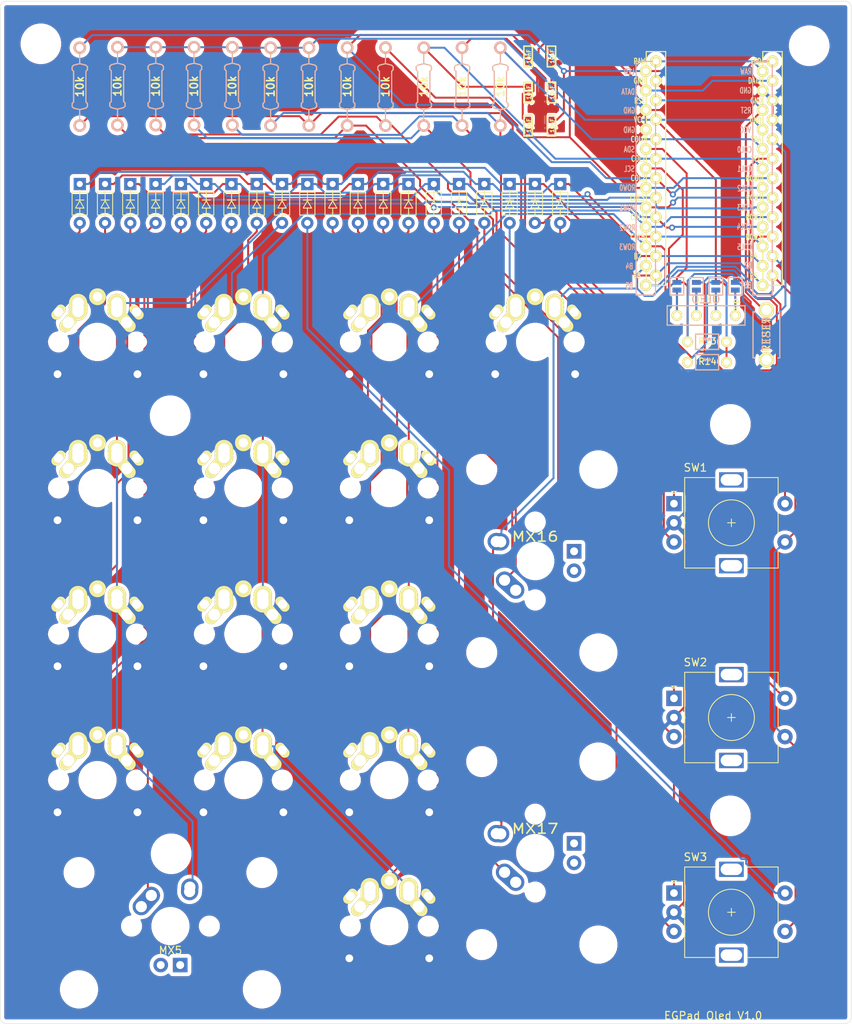
<source format=kicad_pcb>
(kicad_pcb (version 20171130) (host pcbnew "(5.1.10)-1")
  (layers (0 F.Cu signal hide) (31 B.Cu signal) (34 B.Paste user) (35 F.Paste user) (36 B.SilkS user) (37 F.SilkS user) (38 B.Mask user) (39 F.Mask user) (44 Edge.Cuts user))
  (net 0 "")
  (net 1 "Net-(D1-Pad2)")
  (net 2 ROW1)
  (net 3 "Net-(D2-Pad2)")
  (net 4 ROW2)
  (net 5 "Net-(D3-Pad2)")
  (net 6 ROW3)
  (net 7 "Net-(D6-Pad2)")
  (net 8 "Net-(D7-Pad2)")
  (net 9 "Net-(D11-Pad2)")
  (net 10 "Net-(D12-Pad2)")
  (net 11 "Net-(D13-Pad2)")
  (net 12 "Net-(D15-Pad2)")
  (net 13 "Net-(D17-Pad2)")
  (net 14 COL1)
  (net 15 A1)
  (net 16 GND)
  (net 17 B1)
  (net 18 A2)
  (net 19 B2)
  (net 20 A3)
  (net 21 B3)
  (net 22 "Net-(D4-Pad2)")
  (net 23 ROW4)
  (net 24 "Net-(D5-Pad2)")
  (net 25 ROW5)
  (net 26 "Net-(D8-Pad2)")
  (net 27 "Net-(D9-Pad2)")
  (net 28 "Net-(D10-Pad2)")
  (net 29 "Net-(D14-Pad2)")
  (net 30 "Net-(D16-Pad2)")
  (net 31 "Net-(D18-Pad2)")
  (net 32 "Net-(D19-Pad2)")
  (net 33 "Net-(D20-Pad2)")
  (net 34 COL2)
  (net 35 COL3)
  (net 36 COL4)
  (net 37 "Net-(R1-Pad2)")
  (net 38 "Net-(R2-Pad2)")
  (net 39 "Net-(R3-Pad2)")
  (net 40 "Net-(R10-Pad2)")
  (net 41 "Net-(R11-Pad2)")
  (net 42 "Net-(R12-Pad2)")
  (net 43 VCC)
  (net 44 COL5)
  (net 45 "Net-(U1-Pad24)")
  (net 46 "Net-(J1-Pad4)")
  (net 47 "Net-(J1-Pad3)")
  (net 48 "Net-(J1-Pad2)")
  (net 49 "Net-(J1-Pad1)")
  (net 50 SCL)
  (net 51 SDA)
  (net 52 reset)
  (module kbd:MX_ALPS_PG1350_noLed (layer F.Cu) (at 159.544 73.8188)
    (fp_text reference MX15 hide)
    (fp_text value MX-NoLED hide)
    (pad "" np_thru_hole circle (at -5.22 4.2) (size 1 1) (drill 1) (layers *.Cu *.Mask F.SilkS))
    (pad "" np_thru_hole circle (at 5.22 4.2) (size 1 1) (drill 1) (layers *.Cu *.Mask F.SilkS))
    (pad "" np_thru_hole circle (at -5.08 0) (size 1.7 1.7) (drill 1.7) (layers *.Cu *.Mask F.SilkS))
    (pad "" np_thru_hole circle (at 5.08 0) (size 1.7 1.7) (drill 1.7) (layers *.Cu *.Mask F.SilkS))
    (pad 1 thru_hole circle (at -2.54 -4.5) (size 2.4 2.4) (drill 1.5) (layers *.Cu *.Mask F.SilkS) (net 36 COL4))
    (pad 1 thru_hole circle (at -2.54 -4) (size 2.4 2.4) (drill 1.5) (layers *.Cu *.Mask F.SilkS) (net 36 COL4))
    (pad 2 thru_hole circle (at 2.54 -4) (size 2.4 2.4) (drill 1.5) (layers *.Cu *.Mask F.SilkS) (net 12 "Net-(D15-Pad2)"))
    (pad 2 thru_hole circle (at 2.54 -4.5) (size 2.4 2.4) (drill 1.5) (layers *.Cu *.Mask F.SilkS) (net 12 "Net-(D15-Pad2)"))
    (pad 2 thru_hole oval (at 3.81 -2.54 310) (size 2.8 1.55) (drill 1.5) (layers *.Cu *.Mask F.SilkS) (net 12 "Net-(D15-Pad2)"))
    (pad 1 thru_hole circle (at -2.54 -5.08) (size 2.4 2.4) (drill 1.5) (layers *.Cu *.Mask F.SilkS) (net 36 COL4))
    (pad 1 thru_hole oval (at -3.81 -2.54 50) (size 2.8 1.55) (drill 1.5) (layers *.Cu *.Mask F.SilkS) (net 36 COL4))
    (pad 2 thru_hole circle (at 2.54 -5.08) (size 2.4 2.4) (drill 1.5) (layers *.Cu *.Mask F.SilkS) (net 12 "Net-(D15-Pad2)"))
    (pad 2 thru_hole circle (at 0 -5.9 90) (size 2.2 2.2) (drill 1.2) (layers *.Cu *.Mask F.SilkS) (net 12 "Net-(D15-Pad2)"))
    (pad 1 thru_hole oval (at -5.1 -3.9 50) (size 2.2 1.25) (drill 1.2) (layers *.Cu *.Mask F.SilkS) (net 36 COL4))
    (pad "" np_thru_hole circle (at 5.5 0 90) (size 1.9 1.9) (drill 1.9) (layers *.Cu *.Mask F.SilkS))
    (pad "" np_thru_hole circle (at -5.5 0 90) (size 1.9 1.9) (drill 1.9) (layers *.Cu *.Mask F.SilkS))
    (pad "" np_thru_hole circle (at 0 0 90) (size 4 4) (drill 4) (layers *.Cu *.Mask F.SilkS))
    (pad 1 thru_hole oval (at 5.1 -3.9 310) (size 2.2 1.25) (drill 1.2) (layers *.Cu *.Mask F.SilkS) (net 36 COL4))
  )
  (module kbd:MX_ALPS_PG1350_noLed (layer F.Cu) (at 140.494 130.969)
    (fp_text reference MX14 hide)
    (fp_text value MX-NoLED hide)
    (pad "" np_thru_hole circle (at -5.22 4.2) (size 1 1) (drill 1) (layers *.Cu *.Mask F.SilkS))
    (pad "" np_thru_hole circle (at 5.22 4.2) (size 1 1) (drill 1) (layers *.Cu *.Mask F.SilkS))
    (pad "" np_thru_hole circle (at -5.08 0) (size 1.7 1.7) (drill 1.7) (layers *.Cu *.Mask F.SilkS))
    (pad "" np_thru_hole circle (at 5.08 0) (size 1.7 1.7) (drill 1.7) (layers *.Cu *.Mask F.SilkS))
    (pad 1 thru_hole circle (at -2.54 -4.5) (size 2.4 2.4) (drill 1.5) (layers *.Cu *.Mask F.SilkS) (net 35 COL3))
    (pad 1 thru_hole circle (at -2.54 -4) (size 2.4 2.4) (drill 1.5) (layers *.Cu *.Mask F.SilkS) (net 35 COL3))
    (pad 2 thru_hole circle (at 2.54 -4) (size 2.4 2.4) (drill 1.5) (layers *.Cu *.Mask F.SilkS) (net 29 "Net-(D14-Pad2)"))
    (pad 2 thru_hole circle (at 2.54 -4.5) (size 2.4 2.4) (drill 1.5) (layers *.Cu *.Mask F.SilkS) (net 29 "Net-(D14-Pad2)"))
    (pad 2 thru_hole oval (at 3.81 -2.54 310) (size 2.8 1.55) (drill 1.5) (layers *.Cu *.Mask F.SilkS) (net 29 "Net-(D14-Pad2)"))
    (pad 1 thru_hole circle (at -2.54 -5.08) (size 2.4 2.4) (drill 1.5) (layers *.Cu *.Mask F.SilkS) (net 35 COL3))
    (pad 1 thru_hole oval (at -3.81 -2.54 50) (size 2.8 1.55) (drill 1.5) (layers *.Cu *.Mask F.SilkS) (net 35 COL3))
    (pad 2 thru_hole circle (at 2.54 -5.08) (size 2.4 2.4) (drill 1.5) (layers *.Cu *.Mask F.SilkS) (net 29 "Net-(D14-Pad2)"))
    (pad 2 thru_hole circle (at 0 -5.9 90) (size 2.2 2.2) (drill 1.2) (layers *.Cu *.Mask F.SilkS) (net 29 "Net-(D14-Pad2)"))
    (pad 1 thru_hole oval (at -5.1 -3.9 50) (size 2.2 1.25) (drill 1.2) (layers *.Cu *.Mask F.SilkS) (net 35 COL3))
    (pad "" np_thru_hole circle (at 5.5 0 90) (size 1.9 1.9) (drill 1.9) (layers *.Cu *.Mask F.SilkS))
    (pad "" np_thru_hole circle (at -5.5 0 90) (size 1.9 1.9) (drill 1.9) (layers *.Cu *.Mask F.SilkS))
    (pad "" np_thru_hole circle (at 0 0 90) (size 4 4) (drill 4) (layers *.Cu *.Mask F.SilkS))
    (pad 1 thru_hole oval (at 5.1 -3.9 310) (size 2.2 1.25) (drill 1.2) (layers *.Cu *.Mask F.SilkS) (net 35 COL3))
  )
  (module kbd:MX_ALPS_PG1350_noLed (layer F.Cu) (at 140.494 111.919)
    (fp_text reference MX13 hide)
    (fp_text value MX-NoLED hide)
    (pad "" np_thru_hole circle (at -5.22 4.2) (size 1 1) (drill 1) (layers *.Cu *.Mask F.SilkS))
    (pad "" np_thru_hole circle (at 5.22 4.2) (size 1 1) (drill 1) (layers *.Cu *.Mask F.SilkS))
    (pad "" np_thru_hole circle (at -5.08 0) (size 1.7 1.7) (drill 1.7) (layers *.Cu *.Mask F.SilkS))
    (pad "" np_thru_hole circle (at 5.08 0) (size 1.7 1.7) (drill 1.7) (layers *.Cu *.Mask F.SilkS))
    (pad 1 thru_hole circle (at -2.54 -4.5) (size 2.4 2.4) (drill 1.5) (layers *.Cu *.Mask F.SilkS) (net 35 COL3))
    (pad 1 thru_hole circle (at -2.54 -4) (size 2.4 2.4) (drill 1.5) (layers *.Cu *.Mask F.SilkS) (net 35 COL3))
    (pad 2 thru_hole circle (at 2.54 -4) (size 2.4 2.4) (drill 1.5) (layers *.Cu *.Mask F.SilkS) (net 11 "Net-(D13-Pad2)"))
    (pad 2 thru_hole circle (at 2.54 -4.5) (size 2.4 2.4) (drill 1.5) (layers *.Cu *.Mask F.SilkS) (net 11 "Net-(D13-Pad2)"))
    (pad 2 thru_hole oval (at 3.81 -2.54 310) (size 2.8 1.55) (drill 1.5) (layers *.Cu *.Mask F.SilkS) (net 11 "Net-(D13-Pad2)"))
    (pad 1 thru_hole circle (at -2.54 -5.08) (size 2.4 2.4) (drill 1.5) (layers *.Cu *.Mask F.SilkS) (net 35 COL3))
    (pad 1 thru_hole oval (at -3.81 -2.54 50) (size 2.8 1.55) (drill 1.5) (layers *.Cu *.Mask F.SilkS) (net 35 COL3))
    (pad 2 thru_hole circle (at 2.54 -5.08) (size 2.4 2.4) (drill 1.5) (layers *.Cu *.Mask F.SilkS) (net 11 "Net-(D13-Pad2)"))
    (pad 2 thru_hole circle (at 0 -5.9 90) (size 2.2 2.2) (drill 1.2) (layers *.Cu *.Mask F.SilkS) (net 11 "Net-(D13-Pad2)"))
    (pad 1 thru_hole oval (at -5.1 -3.9 50) (size 2.2 1.25) (drill 1.2) (layers *.Cu *.Mask F.SilkS) (net 35 COL3))
    (pad "" np_thru_hole circle (at 5.5 0 90) (size 1.9 1.9) (drill 1.9) (layers *.Cu *.Mask F.SilkS))
    (pad "" np_thru_hole circle (at -5.5 0 90) (size 1.9 1.9) (drill 1.9) (layers *.Cu *.Mask F.SilkS))
    (pad "" np_thru_hole circle (at 0 0 90) (size 4 4) (drill 4) (layers *.Cu *.Mask F.SilkS))
    (pad 1 thru_hole oval (at 5.1 -3.9 310) (size 2.2 1.25) (drill 1.2) (layers *.Cu *.Mask F.SilkS) (net 35 COL3))
  )
  (module kbd:MX_ALPS_PG1350_noLed (layer F.Cu) (at 140.494 92.8688)
    (fp_text reference MX12 hide)
    (fp_text value MX-NoLED hide)
    (pad "" np_thru_hole circle (at -5.22 4.2) (size 1 1) (drill 1) (layers *.Cu *.Mask F.SilkS))
    (pad "" np_thru_hole circle (at 5.22 4.2) (size 1 1) (drill 1) (layers *.Cu *.Mask F.SilkS))
    (pad "" np_thru_hole circle (at -5.08 0) (size 1.7 1.7) (drill 1.7) (layers *.Cu *.Mask F.SilkS))
    (pad "" np_thru_hole circle (at 5.08 0) (size 1.7 1.7) (drill 1.7) (layers *.Cu *.Mask F.SilkS))
    (pad 1 thru_hole circle (at -2.54 -4.5) (size 2.4 2.4) (drill 1.5) (layers *.Cu *.Mask F.SilkS) (net 35 COL3))
    (pad 1 thru_hole circle (at -2.54 -4) (size 2.4 2.4) (drill 1.5) (layers *.Cu *.Mask F.SilkS) (net 35 COL3))
    (pad 2 thru_hole circle (at 2.54 -4) (size 2.4 2.4) (drill 1.5) (layers *.Cu *.Mask F.SilkS) (net 10 "Net-(D12-Pad2)"))
    (pad 2 thru_hole circle (at 2.54 -4.5) (size 2.4 2.4) (drill 1.5) (layers *.Cu *.Mask F.SilkS) (net 10 "Net-(D12-Pad2)"))
    (pad 2 thru_hole oval (at 3.81 -2.54 310) (size 2.8 1.55) (drill 1.5) (layers *.Cu *.Mask F.SilkS) (net 10 "Net-(D12-Pad2)"))
    (pad 1 thru_hole circle (at -2.54 -5.08) (size 2.4 2.4) (drill 1.5) (layers *.Cu *.Mask F.SilkS) (net 35 COL3))
    (pad 1 thru_hole oval (at -3.81 -2.54 50) (size 2.8 1.55) (drill 1.5) (layers *.Cu *.Mask F.SilkS) (net 35 COL3))
    (pad 2 thru_hole circle (at 2.54 -5.08) (size 2.4 2.4) (drill 1.5) (layers *.Cu *.Mask F.SilkS) (net 10 "Net-(D12-Pad2)"))
    (pad 2 thru_hole circle (at 0 -5.9 90) (size 2.2 2.2) (drill 1.2) (layers *.Cu *.Mask F.SilkS) (net 10 "Net-(D12-Pad2)"))
    (pad 1 thru_hole oval (at -5.1 -3.9 50) (size 2.2 1.25) (drill 1.2) (layers *.Cu *.Mask F.SilkS) (net 35 COL3))
    (pad "" np_thru_hole circle (at 5.5 0 90) (size 1.9 1.9) (drill 1.9) (layers *.Cu *.Mask F.SilkS))
    (pad "" np_thru_hole circle (at -5.5 0 90) (size 1.9 1.9) (drill 1.9) (layers *.Cu *.Mask F.SilkS))
    (pad "" np_thru_hole circle (at 0 0 90) (size 4 4) (drill 4) (layers *.Cu *.Mask F.SilkS))
    (pad 1 thru_hole oval (at 5.1 -3.9 310) (size 2.2 1.25) (drill 1.2) (layers *.Cu *.Mask F.SilkS) (net 35 COL3))
  )
  (module kbd:MX_ALPS_PG1350_noLed (layer F.Cu) (at 140.494 73.8188)
    (fp_text reference MX11 hide)
    (fp_text value MX-NoLED hide)
    (pad "" np_thru_hole circle (at -5.22 4.2) (size 1 1) (drill 1) (layers *.Cu *.Mask F.SilkS))
    (pad "" np_thru_hole circle (at 5.22 4.2) (size 1 1) (drill 1) (layers *.Cu *.Mask F.SilkS))
    (pad "" np_thru_hole circle (at -5.08 0) (size 1.7 1.7) (drill 1.7) (layers *.Cu *.Mask F.SilkS))
    (pad "" np_thru_hole circle (at 5.08 0) (size 1.7 1.7) (drill 1.7) (layers *.Cu *.Mask F.SilkS))
    (pad 1 thru_hole circle (at -2.54 -4.5) (size 2.4 2.4) (drill 1.5) (layers *.Cu *.Mask F.SilkS) (net 35 COL3))
    (pad 1 thru_hole circle (at -2.54 -4) (size 2.4 2.4) (drill 1.5) (layers *.Cu *.Mask F.SilkS) (net 35 COL3))
    (pad 2 thru_hole circle (at 2.54 -4) (size 2.4 2.4) (drill 1.5) (layers *.Cu *.Mask F.SilkS) (net 9 "Net-(D11-Pad2)"))
    (pad 2 thru_hole circle (at 2.54 -4.5) (size 2.4 2.4) (drill 1.5) (layers *.Cu *.Mask F.SilkS) (net 9 "Net-(D11-Pad2)"))
    (pad 2 thru_hole oval (at 3.81 -2.54 310) (size 2.8 1.55) (drill 1.5) (layers *.Cu *.Mask F.SilkS) (net 9 "Net-(D11-Pad2)"))
    (pad 1 thru_hole circle (at -2.54 -5.08) (size 2.4 2.4) (drill 1.5) (layers *.Cu *.Mask F.SilkS) (net 35 COL3))
    (pad 1 thru_hole oval (at -3.81 -2.54 50) (size 2.8 1.55) (drill 1.5) (layers *.Cu *.Mask F.SilkS) (net 35 COL3))
    (pad 2 thru_hole circle (at 2.54 -5.08) (size 2.4 2.4) (drill 1.5) (layers *.Cu *.Mask F.SilkS) (net 9 "Net-(D11-Pad2)"))
    (pad 2 thru_hole circle (at 0 -5.9 90) (size 2.2 2.2) (drill 1.2) (layers *.Cu *.Mask F.SilkS) (net 9 "Net-(D11-Pad2)"))
    (pad 1 thru_hole oval (at -5.1 -3.9 50) (size 2.2 1.25) (drill 1.2) (layers *.Cu *.Mask F.SilkS) (net 35 COL3))
    (pad "" np_thru_hole circle (at 5.5 0 90) (size 1.9 1.9) (drill 1.9) (layers *.Cu *.Mask F.SilkS))
    (pad "" np_thru_hole circle (at -5.5 0 90) (size 1.9 1.9) (drill 1.9) (layers *.Cu *.Mask F.SilkS))
    (pad "" np_thru_hole circle (at 0 0 90) (size 4 4) (drill 4) (layers *.Cu *.Mask F.SilkS))
    (pad 1 thru_hole oval (at 5.1 -3.9 310) (size 2.2 1.25) (drill 1.2) (layers *.Cu *.Mask F.SilkS) (net 35 COL3))
  )
  (module kbd:MX_ALPS_PG1350_noLed (layer F.Cu) (at 140.494 150.019)
    (fp_text reference MX10 hide)
    (fp_text value MX-NoLED hide)
    (pad "" np_thru_hole circle (at -5.22 4.2) (size 1 1) (drill 1) (layers *.Cu *.Mask F.SilkS))
    (pad "" np_thru_hole circle (at 5.22 4.2) (size 1 1) (drill 1) (layers *.Cu *.Mask F.SilkS))
    (pad "" np_thru_hole circle (at -5.08 0) (size 1.7 1.7) (drill 1.7) (layers *.Cu *.Mask F.SilkS))
    (pad "" np_thru_hole circle (at 5.08 0) (size 1.7 1.7) (drill 1.7) (layers *.Cu *.Mask F.SilkS))
    (pad 1 thru_hole circle (at -2.54 -4.5) (size 2.4 2.4) (drill 1.5) (layers *.Cu *.Mask F.SilkS) (net 34 COL2))
    (pad 1 thru_hole circle (at -2.54 -4) (size 2.4 2.4) (drill 1.5) (layers *.Cu *.Mask F.SilkS) (net 34 COL2))
    (pad 2 thru_hole circle (at 2.54 -4) (size 2.4 2.4) (drill 1.5) (layers *.Cu *.Mask F.SilkS) (net 28 "Net-(D10-Pad2)"))
    (pad 2 thru_hole circle (at 2.54 -4.5) (size 2.4 2.4) (drill 1.5) (layers *.Cu *.Mask F.SilkS) (net 28 "Net-(D10-Pad2)"))
    (pad 2 thru_hole oval (at 3.81 -2.54 310) (size 2.8 1.55) (drill 1.5) (layers *.Cu *.Mask F.SilkS) (net 28 "Net-(D10-Pad2)"))
    (pad 1 thru_hole circle (at -2.54 -5.08) (size 2.4 2.4) (drill 1.5) (layers *.Cu *.Mask F.SilkS) (net 34 COL2))
    (pad 1 thru_hole oval (at -3.81 -2.54 50) (size 2.8 1.55) (drill 1.5) (layers *.Cu *.Mask F.SilkS) (net 34 COL2))
    (pad 2 thru_hole circle (at 2.54 -5.08) (size 2.4 2.4) (drill 1.5) (layers *.Cu *.Mask F.SilkS) (net 28 "Net-(D10-Pad2)"))
    (pad 2 thru_hole circle (at 0 -5.9 90) (size 2.2 2.2) (drill 1.2) (layers *.Cu *.Mask F.SilkS) (net 28 "Net-(D10-Pad2)"))
    (pad 1 thru_hole oval (at -5.1 -3.9 50) (size 2.2 1.25) (drill 1.2) (layers *.Cu *.Mask F.SilkS) (net 34 COL2))
    (pad "" np_thru_hole circle (at 5.5 0 90) (size 1.9 1.9) (drill 1.9) (layers *.Cu *.Mask F.SilkS))
    (pad "" np_thru_hole circle (at -5.5 0 90) (size 1.9 1.9) (drill 1.9) (layers *.Cu *.Mask F.SilkS))
    (pad "" np_thru_hole circle (at 0 0 90) (size 4 4) (drill 4) (layers *.Cu *.Mask F.SilkS))
    (pad 1 thru_hole oval (at 5.1 -3.9 310) (size 2.2 1.25) (drill 1.2) (layers *.Cu *.Mask F.SilkS) (net 34 COL2))
  )
  (module kbd:MX_ALPS_PG1350_noLed (layer F.Cu) (at 121.444 130.969)
    (fp_text reference MX9 hide)
    (fp_text value MX-NoLED hide)
    (pad "" np_thru_hole circle (at -5.22 4.2) (size 1 1) (drill 1) (layers *.Cu *.Mask F.SilkS))
    (pad "" np_thru_hole circle (at 5.22 4.2) (size 1 1) (drill 1) (layers *.Cu *.Mask F.SilkS))
    (pad "" np_thru_hole circle (at -5.08 0) (size 1.7 1.7) (drill 1.7) (layers *.Cu *.Mask F.SilkS))
    (pad "" np_thru_hole circle (at 5.08 0) (size 1.7 1.7) (drill 1.7) (layers *.Cu *.Mask F.SilkS))
    (pad 1 thru_hole circle (at -2.54 -4.5) (size 2.4 2.4) (drill 1.5) (layers *.Cu *.Mask F.SilkS) (net 34 COL2))
    (pad 1 thru_hole circle (at -2.54 -4) (size 2.4 2.4) (drill 1.5) (layers *.Cu *.Mask F.SilkS) (net 34 COL2))
    (pad 2 thru_hole circle (at 2.54 -4) (size 2.4 2.4) (drill 1.5) (layers *.Cu *.Mask F.SilkS) (net 27 "Net-(D9-Pad2)"))
    (pad 2 thru_hole circle (at 2.54 -4.5) (size 2.4 2.4) (drill 1.5) (layers *.Cu *.Mask F.SilkS) (net 27 "Net-(D9-Pad2)"))
    (pad 2 thru_hole oval (at 3.81 -2.54 310) (size 2.8 1.55) (drill 1.5) (layers *.Cu *.Mask F.SilkS) (net 27 "Net-(D9-Pad2)"))
    (pad 1 thru_hole circle (at -2.54 -5.08) (size 2.4 2.4) (drill 1.5) (layers *.Cu *.Mask F.SilkS) (net 34 COL2))
    (pad 1 thru_hole oval (at -3.81 -2.54 50) (size 2.8 1.55) (drill 1.5) (layers *.Cu *.Mask F.SilkS) (net 34 COL2))
    (pad 2 thru_hole circle (at 2.54 -5.08) (size 2.4 2.4) (drill 1.5) (layers *.Cu *.Mask F.SilkS) (net 27 "Net-(D9-Pad2)"))
    (pad 2 thru_hole circle (at 0 -5.9 90) (size 2.2 2.2) (drill 1.2) (layers *.Cu *.Mask F.SilkS) (net 27 "Net-(D9-Pad2)"))
    (pad 1 thru_hole oval (at -5.1 -3.9 50) (size 2.2 1.25) (drill 1.2) (layers *.Cu *.Mask F.SilkS) (net 34 COL2))
    (pad "" np_thru_hole circle (at 5.5 0 90) (size 1.9 1.9) (drill 1.9) (layers *.Cu *.Mask F.SilkS))
    (pad "" np_thru_hole circle (at -5.5 0 90) (size 1.9 1.9) (drill 1.9) (layers *.Cu *.Mask F.SilkS))
    (pad "" np_thru_hole circle (at 0 0 90) (size 4 4) (drill 4) (layers *.Cu *.Mask F.SilkS))
    (pad 1 thru_hole oval (at 5.1 -3.9 310) (size 2.2 1.25) (drill 1.2) (layers *.Cu *.Mask F.SilkS) (net 34 COL2))
  )
  (module kbd:MX_ALPS_PG1350_noLed (layer F.Cu) (at 121.444 111.919)
    (fp_text reference MX8 hide)
    (fp_text value MX-NoLED hide)
    (pad "" np_thru_hole circle (at -5.22 4.2) (size 1 1) (drill 1) (layers *.Cu *.Mask F.SilkS))
    (pad "" np_thru_hole circle (at 5.22 4.2) (size 1 1) (drill 1) (layers *.Cu *.Mask F.SilkS))
    (pad "" np_thru_hole circle (at -5.08 0) (size 1.7 1.7) (drill 1.7) (layers *.Cu *.Mask F.SilkS))
    (pad "" np_thru_hole circle (at 5.08 0) (size 1.7 1.7) (drill 1.7) (layers *.Cu *.Mask F.SilkS))
    (pad 1 thru_hole circle (at -2.54 -4.5) (size 2.4 2.4) (drill 1.5) (layers *.Cu *.Mask F.SilkS) (net 34 COL2))
    (pad 1 thru_hole circle (at -2.54 -4) (size 2.4 2.4) (drill 1.5) (layers *.Cu *.Mask F.SilkS) (net 34 COL2))
    (pad 2 thru_hole circle (at 2.54 -4) (size 2.4 2.4) (drill 1.5) (layers *.Cu *.Mask F.SilkS) (net 26 "Net-(D8-Pad2)"))
    (pad 2 thru_hole circle (at 2.54 -4.5) (size 2.4 2.4) (drill 1.5) (layers *.Cu *.Mask F.SilkS) (net 26 "Net-(D8-Pad2)"))
    (pad 2 thru_hole oval (at 3.81 -2.54 310) (size 2.8 1.55) (drill 1.5) (layers *.Cu *.Mask F.SilkS) (net 26 "Net-(D8-Pad2)"))
    (pad 1 thru_hole circle (at -2.54 -5.08) (size 2.4 2.4) (drill 1.5) (layers *.Cu *.Mask F.SilkS) (net 34 COL2))
    (pad 1 thru_hole oval (at -3.81 -2.54 50) (size 2.8 1.55) (drill 1.5) (layers *.Cu *.Mask F.SilkS) (net 34 COL2))
    (pad 2 thru_hole circle (at 2.54 -5.08) (size 2.4 2.4) (drill 1.5) (layers *.Cu *.Mask F.SilkS) (net 26 "Net-(D8-Pad2)"))
    (pad 2 thru_hole circle (at 0 -5.9 90) (size 2.2 2.2) (drill 1.2) (layers *.Cu *.Mask F.SilkS) (net 26 "Net-(D8-Pad2)"))
    (pad 1 thru_hole oval (at -5.1 -3.9 50) (size 2.2 1.25) (drill 1.2) (layers *.Cu *.Mask F.SilkS) (net 34 COL2))
    (pad "" np_thru_hole circle (at 5.5 0 90) (size 1.9 1.9) (drill 1.9) (layers *.Cu *.Mask F.SilkS))
    (pad "" np_thru_hole circle (at -5.5 0 90) (size 1.9 1.9) (drill 1.9) (layers *.Cu *.Mask F.SilkS))
    (pad "" np_thru_hole circle (at 0 0 90) (size 4 4) (drill 4) (layers *.Cu *.Mask F.SilkS))
    (pad 1 thru_hole oval (at 5.1 -3.9 310) (size 2.2 1.25) (drill 1.2) (layers *.Cu *.Mask F.SilkS) (net 34 COL2))
  )
  (module kbd:MX_ALPS_PG1350_noLed (layer F.Cu) (at 121.444 92.8688)
    (fp_text reference MX7 hide)
    (fp_text value MX-NoLED hide)
    (pad "" np_thru_hole circle (at -5.22 4.2) (size 1 1) (drill 1) (layers *.Cu *.Mask F.SilkS))
    (pad "" np_thru_hole circle (at 5.22 4.2) (size 1 1) (drill 1) (layers *.Cu *.Mask F.SilkS))
    (pad "" np_thru_hole circle (at -5.08 0) (size 1.7 1.7) (drill 1.7) (layers *.Cu *.Mask F.SilkS))
    (pad "" np_thru_hole circle (at 5.08 0) (size 1.7 1.7) (drill 1.7) (layers *.Cu *.Mask F.SilkS))
    (pad 1 thru_hole circle (at -2.54 -4.5) (size 2.4 2.4) (drill 1.5) (layers *.Cu *.Mask F.SilkS) (net 34 COL2))
    (pad 1 thru_hole circle (at -2.54 -4) (size 2.4 2.4) (drill 1.5) (layers *.Cu *.Mask F.SilkS) (net 34 COL2))
    (pad 2 thru_hole circle (at 2.54 -4) (size 2.4 2.4) (drill 1.5) (layers *.Cu *.Mask F.SilkS) (net 8 "Net-(D7-Pad2)"))
    (pad 2 thru_hole circle (at 2.54 -4.5) (size 2.4 2.4) (drill 1.5) (layers *.Cu *.Mask F.SilkS) (net 8 "Net-(D7-Pad2)"))
    (pad 2 thru_hole oval (at 3.81 -2.54 310) (size 2.8 1.55) (drill 1.5) (layers *.Cu *.Mask F.SilkS) (net 8 "Net-(D7-Pad2)"))
    (pad 1 thru_hole circle (at -2.54 -5.08) (size 2.4 2.4) (drill 1.5) (layers *.Cu *.Mask F.SilkS) (net 34 COL2))
    (pad 1 thru_hole oval (at -3.81 -2.54 50) (size 2.8 1.55) (drill 1.5) (layers *.Cu *.Mask F.SilkS) (net 34 COL2))
    (pad 2 thru_hole circle (at 2.54 -5.08) (size 2.4 2.4) (drill 1.5) (layers *.Cu *.Mask F.SilkS) (net 8 "Net-(D7-Pad2)"))
    (pad 2 thru_hole circle (at 0 -5.9 90) (size 2.2 2.2) (drill 1.2) (layers *.Cu *.Mask F.SilkS) (net 8 "Net-(D7-Pad2)"))
    (pad 1 thru_hole oval (at -5.1 -3.9 50) (size 2.2 1.25) (drill 1.2) (layers *.Cu *.Mask F.SilkS) (net 34 COL2))
    (pad "" np_thru_hole circle (at 5.5 0 90) (size 1.9 1.9) (drill 1.9) (layers *.Cu *.Mask F.SilkS))
    (pad "" np_thru_hole circle (at -5.5 0 90) (size 1.9 1.9) (drill 1.9) (layers *.Cu *.Mask F.SilkS))
    (pad "" np_thru_hole circle (at 0 0 90) (size 4 4) (drill 4) (layers *.Cu *.Mask F.SilkS))
    (pad 1 thru_hole oval (at 5.1 -3.9 310) (size 2.2 1.25) (drill 1.2) (layers *.Cu *.Mask F.SilkS) (net 34 COL2))
  )
  (module kbd:MX_ALPS_PG1350_noLed (layer F.Cu) (at 121.444 73.8188)
    (fp_text reference MX6 hide)
    (fp_text value MX-NoLED hide)
    (pad "" np_thru_hole circle (at -5.22 4.2) (size 1 1) (drill 1) (layers *.Cu *.Mask F.SilkS))
    (pad "" np_thru_hole circle (at 5.22 4.2) (size 1 1) (drill 1) (layers *.Cu *.Mask F.SilkS))
    (pad "" np_thru_hole circle (at -5.08 0) (size 1.7 1.7) (drill 1.7) (layers *.Cu *.Mask F.SilkS))
    (pad "" np_thru_hole circle (at 5.08 0) (size 1.7 1.7) (drill 1.7) (layers *.Cu *.Mask F.SilkS))
    (pad 1 thru_hole circle (at -2.54 -4.5) (size 2.4 2.4) (drill 1.5) (layers *.Cu *.Mask F.SilkS) (net 34 COL2))
    (pad 1 thru_hole circle (at -2.54 -4) (size 2.4 2.4) (drill 1.5) (layers *.Cu *.Mask F.SilkS) (net 34 COL2))
    (pad 2 thru_hole circle (at 2.54 -4) (size 2.4 2.4) (drill 1.5) (layers *.Cu *.Mask F.SilkS) (net 7 "Net-(D6-Pad2)"))
    (pad 2 thru_hole circle (at 2.54 -4.5) (size 2.4 2.4) (drill 1.5) (layers *.Cu *.Mask F.SilkS) (net 7 "Net-(D6-Pad2)"))
    (pad 2 thru_hole oval (at 3.81 -2.54 310) (size 2.8 1.55) (drill 1.5) (layers *.Cu *.Mask F.SilkS) (net 7 "Net-(D6-Pad2)"))
    (pad 1 thru_hole circle (at -2.54 -5.08) (size 2.4 2.4) (drill 1.5) (layers *.Cu *.Mask F.SilkS) (net 34 COL2))
    (pad 1 thru_hole oval (at -3.81 -2.54 50) (size 2.8 1.55) (drill 1.5) (layers *.Cu *.Mask F.SilkS) (net 34 COL2))
    (pad 2 thru_hole circle (at 2.54 -5.08) (size 2.4 2.4) (drill 1.5) (layers *.Cu *.Mask F.SilkS) (net 7 "Net-(D6-Pad2)"))
    (pad 2 thru_hole circle (at 0 -5.9 90) (size 2.2 2.2) (drill 1.2) (layers *.Cu *.Mask F.SilkS) (net 7 "Net-(D6-Pad2)"))
    (pad 1 thru_hole oval (at -5.1 -3.9 50) (size 2.2 1.25) (drill 1.2) (layers *.Cu *.Mask F.SilkS) (net 34 COL2))
    (pad "" np_thru_hole circle (at 5.5 0 90) (size 1.9 1.9) (drill 1.9) (layers *.Cu *.Mask F.SilkS))
    (pad "" np_thru_hole circle (at -5.5 0 90) (size 1.9 1.9) (drill 1.9) (layers *.Cu *.Mask F.SilkS))
    (pad "" np_thru_hole circle (at 0 0 90) (size 4 4) (drill 4) (layers *.Cu *.Mask F.SilkS))
    (pad 1 thru_hole oval (at 5.1 -3.9 310) (size 2.2 1.25) (drill 1.2) (layers *.Cu *.Mask F.SilkS) (net 34 COL2))
  )
  (module kbd:MX_ALPS_PG1350_noLed (layer F.Cu) (at 102.394 130.969)
    (fp_text reference MX4 hide)
    (fp_text value MX-NoLED hide)
    (pad "" np_thru_hole circle (at -5.22 4.2) (size 1 1) (drill 1) (layers *.Cu *.Mask F.SilkS))
    (pad "" np_thru_hole circle (at 5.22 4.2) (size 1 1) (drill 1) (layers *.Cu *.Mask F.SilkS))
    (pad "" np_thru_hole circle (at -5.08 0) (size 1.7 1.7) (drill 1.7) (layers *.Cu *.Mask F.SilkS))
    (pad "" np_thru_hole circle (at 5.08 0) (size 1.7 1.7) (drill 1.7) (layers *.Cu *.Mask F.SilkS))
    (pad 1 thru_hole circle (at -2.54 -4.5) (size 2.4 2.4) (drill 1.5) (layers *.Cu *.Mask F.SilkS) (net 14 COL1))
    (pad 1 thru_hole circle (at -2.54 -4) (size 2.4 2.4) (drill 1.5) (layers *.Cu *.Mask F.SilkS) (net 14 COL1))
    (pad 2 thru_hole circle (at 2.54 -4) (size 2.4 2.4) (drill 1.5) (layers *.Cu *.Mask F.SilkS) (net 22 "Net-(D4-Pad2)"))
    (pad 2 thru_hole circle (at 2.54 -4.5) (size 2.4 2.4) (drill 1.5) (layers *.Cu *.Mask F.SilkS) (net 22 "Net-(D4-Pad2)"))
    (pad 2 thru_hole oval (at 3.81 -2.54 310) (size 2.8 1.55) (drill 1.5) (layers *.Cu *.Mask F.SilkS) (net 22 "Net-(D4-Pad2)"))
    (pad 1 thru_hole circle (at -2.54 -5.08) (size 2.4 2.4) (drill 1.5) (layers *.Cu *.Mask F.SilkS) (net 14 COL1))
    (pad 1 thru_hole oval (at -3.81 -2.54 50) (size 2.8 1.55) (drill 1.5) (layers *.Cu *.Mask F.SilkS) (net 14 COL1))
    (pad 2 thru_hole circle (at 2.54 -5.08) (size 2.4 2.4) (drill 1.5) (layers *.Cu *.Mask F.SilkS) (net 22 "Net-(D4-Pad2)"))
    (pad 2 thru_hole circle (at 0 -5.9 90) (size 2.2 2.2) (drill 1.2) (layers *.Cu *.Mask F.SilkS) (net 22 "Net-(D4-Pad2)"))
    (pad 1 thru_hole oval (at -5.1 -3.9 50) (size 2.2 1.25) (drill 1.2) (layers *.Cu *.Mask F.SilkS) (net 14 COL1))
    (pad "" np_thru_hole circle (at 5.5 0 90) (size 1.9 1.9) (drill 1.9) (layers *.Cu *.Mask F.SilkS))
    (pad "" np_thru_hole circle (at -5.5 0 90) (size 1.9 1.9) (drill 1.9) (layers *.Cu *.Mask F.SilkS))
    (pad "" np_thru_hole circle (at 0 0 90) (size 4 4) (drill 4) (layers *.Cu *.Mask F.SilkS))
    (pad 1 thru_hole oval (at 5.1 -3.9 310) (size 2.2 1.25) (drill 1.2) (layers *.Cu *.Mask F.SilkS) (net 14 COL1))
  )
  (module kbd:MX_ALPS_PG1350_noLed (layer F.Cu) (at 102.394 111.919)
    (fp_text reference MX3 hide)
    (fp_text value MX-NoLED hide)
    (pad "" np_thru_hole circle (at -5.22 4.2) (size 1 1) (drill 1) (layers *.Cu *.Mask F.SilkS))
    (pad "" np_thru_hole circle (at 5.22 4.2) (size 1 1) (drill 1) (layers *.Cu *.Mask F.SilkS))
    (pad "" np_thru_hole circle (at -5.08 0) (size 1.7 1.7) (drill 1.7) (layers *.Cu *.Mask F.SilkS))
    (pad "" np_thru_hole circle (at 5.08 0) (size 1.7 1.7) (drill 1.7) (layers *.Cu *.Mask F.SilkS))
    (pad 1 thru_hole circle (at -2.54 -4.5) (size 2.4 2.4) (drill 1.5) (layers *.Cu *.Mask F.SilkS) (net 14 COL1))
    (pad 1 thru_hole circle (at -2.54 -4) (size 2.4 2.4) (drill 1.5) (layers *.Cu *.Mask F.SilkS) (net 14 COL1))
    (pad 2 thru_hole circle (at 2.54 -4) (size 2.4 2.4) (drill 1.5) (layers *.Cu *.Mask F.SilkS) (net 5 "Net-(D3-Pad2)"))
    (pad 2 thru_hole circle (at 2.54 -4.5) (size 2.4 2.4) (drill 1.5) (layers *.Cu *.Mask F.SilkS) (net 5 "Net-(D3-Pad2)"))
    (pad 2 thru_hole oval (at 3.81 -2.54 310) (size 2.8 1.55) (drill 1.5) (layers *.Cu *.Mask F.SilkS) (net 5 "Net-(D3-Pad2)"))
    (pad 1 thru_hole circle (at -2.54 -5.08) (size 2.4 2.4) (drill 1.5) (layers *.Cu *.Mask F.SilkS) (net 14 COL1))
    (pad 1 thru_hole oval (at -3.81 -2.54 50) (size 2.8 1.55) (drill 1.5) (layers *.Cu *.Mask F.SilkS) (net 14 COL1))
    (pad 2 thru_hole circle (at 2.54 -5.08) (size 2.4 2.4) (drill 1.5) (layers *.Cu *.Mask F.SilkS) (net 5 "Net-(D3-Pad2)"))
    (pad 2 thru_hole circle (at 0 -5.9 90) (size 2.2 2.2) (drill 1.2) (layers *.Cu *.Mask F.SilkS) (net 5 "Net-(D3-Pad2)"))
    (pad 1 thru_hole oval (at -5.1 -3.9 50) (size 2.2 1.25) (drill 1.2) (layers *.Cu *.Mask F.SilkS) (net 14 COL1))
    (pad "" np_thru_hole circle (at 5.5 0 90) (size 1.9 1.9) (drill 1.9) (layers *.Cu *.Mask F.SilkS))
    (pad "" np_thru_hole circle (at -5.5 0 90) (size 1.9 1.9) (drill 1.9) (layers *.Cu *.Mask F.SilkS))
    (pad "" np_thru_hole circle (at 0 0 90) (size 4 4) (drill 4) (layers *.Cu *.Mask F.SilkS))
    (pad 1 thru_hole oval (at 5.1 -3.9 310) (size 2.2 1.25) (drill 1.2) (layers *.Cu *.Mask F.SilkS) (net 14 COL1))
  )
  (module kbd:MX_ALPS_PG1350_noLed (layer F.Cu) (at 102.394 92.8688)
    (fp_text reference MX2 hide)
    (fp_text value MX-NoLED hide)
    (pad "" np_thru_hole circle (at -5.22 4.2) (size 1 1) (drill 1) (layers *.Cu *.Mask F.SilkS))
    (pad "" np_thru_hole circle (at 5.22 4.2) (size 1 1) (drill 1) (layers *.Cu *.Mask F.SilkS))
    (pad "" np_thru_hole circle (at -5.08 0) (size 1.7 1.7) (drill 1.7) (layers *.Cu *.Mask F.SilkS))
    (pad "" np_thru_hole circle (at 5.08 0) (size 1.7 1.7) (drill 1.7) (layers *.Cu *.Mask F.SilkS))
    (pad 1 thru_hole circle (at -2.54 -4.5) (size 2.4 2.4) (drill 1.5) (layers *.Cu *.Mask F.SilkS) (net 14 COL1))
    (pad 1 thru_hole circle (at -2.54 -4) (size 2.4 2.4) (drill 1.5) (layers *.Cu *.Mask F.SilkS) (net 14 COL1))
    (pad 2 thru_hole circle (at 2.54 -4) (size 2.4 2.4) (drill 1.5) (layers *.Cu *.Mask F.SilkS) (net 3 "Net-(D2-Pad2)"))
    (pad 2 thru_hole circle (at 2.54 -4.5) (size 2.4 2.4) (drill 1.5) (layers *.Cu *.Mask F.SilkS) (net 3 "Net-(D2-Pad2)"))
    (pad 2 thru_hole oval (at 3.81 -2.54 310) (size 2.8 1.55) (drill 1.5) (layers *.Cu *.Mask F.SilkS) (net 3 "Net-(D2-Pad2)"))
    (pad 1 thru_hole circle (at -2.54 -5.08) (size 2.4 2.4) (drill 1.5) (layers *.Cu *.Mask F.SilkS) (net 14 COL1))
    (pad 1 thru_hole oval (at -3.81 -2.54 50) (size 2.8 1.55) (drill 1.5) (layers *.Cu *.Mask F.SilkS) (net 14 COL1))
    (pad 2 thru_hole circle (at 2.54 -5.08) (size 2.4 2.4) (drill 1.5) (layers *.Cu *.Mask F.SilkS) (net 3 "Net-(D2-Pad2)"))
    (pad 2 thru_hole circle (at 0 -5.9 90) (size 2.2 2.2) (drill 1.2) (layers *.Cu *.Mask F.SilkS) (net 3 "Net-(D2-Pad2)"))
    (pad 1 thru_hole oval (at -5.1 -3.9 50) (size 2.2 1.25) (drill 1.2) (layers *.Cu *.Mask F.SilkS) (net 14 COL1))
    (pad "" np_thru_hole circle (at 5.5 0 90) (size 1.9 1.9) (drill 1.9) (layers *.Cu *.Mask F.SilkS))
    (pad "" np_thru_hole circle (at -5.5 0 90) (size 1.9 1.9) (drill 1.9) (layers *.Cu *.Mask F.SilkS))
    (pad "" np_thru_hole circle (at 0 0 90) (size 4 4) (drill 4) (layers *.Cu *.Mask F.SilkS))
    (pad 1 thru_hole oval (at 5.1 -3.9 310) (size 2.2 1.25) (drill 1.2) (layers *.Cu *.Mask F.SilkS) (net 14 COL1))
  )
  (module kbd:MX_ALPS_PG1350_noLed (layer F.Cu) (at 102.394 73.8188)
    (fp_text reference MX1 hide)
    (fp_text value MX-NoLED hide)
    (pad "" np_thru_hole circle (at -5.22 4.2) (size 1 1) (drill 1) (layers *.Cu *.Mask F.SilkS))
    (pad "" np_thru_hole circle (at 5.22 4.2) (size 1 1) (drill 1) (layers *.Cu *.Mask F.SilkS))
    (pad "" np_thru_hole circle (at -5.08 0) (size 1.7 1.7) (drill 1.7) (layers *.Cu *.Mask F.SilkS))
    (pad "" np_thru_hole circle (at 5.08 0) (size 1.7 1.7) (drill 1.7) (layers *.Cu *.Mask F.SilkS))
    (pad 1 thru_hole circle (at -2.54 -4.5) (size 2.4 2.4) (drill 1.5) (layers *.Cu *.Mask F.SilkS) (net 14 COL1))
    (pad 1 thru_hole circle (at -2.54 -4) (size 2.4 2.4) (drill 1.5) (layers *.Cu *.Mask F.SilkS) (net 14 COL1))
    (pad 2 thru_hole circle (at 2.54 -4) (size 2.4 2.4) (drill 1.5) (layers *.Cu *.Mask F.SilkS) (net 1 "Net-(D1-Pad2)"))
    (pad 2 thru_hole circle (at 2.54 -4.5) (size 2.4 2.4) (drill 1.5) (layers *.Cu *.Mask F.SilkS) (net 1 "Net-(D1-Pad2)"))
    (pad 2 thru_hole oval (at 3.81 -2.54 310) (size 2.8 1.55) (drill 1.5) (layers *.Cu *.Mask F.SilkS) (net 1 "Net-(D1-Pad2)"))
    (pad 1 thru_hole circle (at -2.54 -5.08) (size 2.4 2.4) (drill 1.5) (layers *.Cu *.Mask F.SilkS) (net 14 COL1))
    (pad 1 thru_hole oval (at -3.81 -2.54 50) (size 2.8 1.55) (drill 1.5) (layers *.Cu *.Mask F.SilkS) (net 14 COL1))
    (pad 2 thru_hole circle (at 2.54 -5.08) (size 2.4 2.4) (drill 1.5) (layers *.Cu *.Mask F.SilkS) (net 1 "Net-(D1-Pad2)"))
    (pad 2 thru_hole circle (at 0 -5.9 90) (size 2.2 2.2) (drill 1.2) (layers *.Cu *.Mask F.SilkS) (net 1 "Net-(D1-Pad2)"))
    (pad 1 thru_hole oval (at -5.1 -3.9 50) (size 2.2 1.25) (drill 1.2) (layers *.Cu *.Mask F.SilkS) (net 14 COL1))
    (pad "" np_thru_hole circle (at 5.5 0 90) (size 1.9 1.9) (drill 1.9) (layers *.Cu *.Mask F.SilkS))
    (pad "" np_thru_hole circle (at -5.5 0 90) (size 1.9 1.9) (drill 1.9) (layers *.Cu *.Mask F.SilkS))
    (pad "" np_thru_hole circle (at 0 0 90) (size 4 4) (drill 4) (layers *.Cu *.Mask F.SilkS))
    (pad 1 thru_hole oval (at 5.1 -3.9 310) (size 2.2 1.25) (drill 1.2) (layers *.Cu *.Mask F.SilkS) (net 14 COL1))
  )
  (module kbd:Jumper (layer B.Cu) (at 178.054 66.548 90)
    (fp_text reference JP8 hide)
    (fp_text value Jmp hide)
    (pad 2 smd rect (at 0.50038 0 90) (size 0.635 1.143) (layers B.Cu B.Paste B.Mask) (net 16 GND) (clearance 0.1905))
    (pad 1 smd rect (at -0.50038 0 90) (size 0.635 1.143) (layers B.Cu B.Paste B.Mask) (net 49 "Net-(J1-Pad1)") (clearance 0.1905))
  )
  (module kbd:Jumper (layer B.Cu) (at 180.594 66.548 90)
    (fp_text reference JP7 hide)
    (fp_text value Jmp hide)
    (pad 2 smd rect (at 0.50038 0 90) (size 0.635 1.143) (layers B.Cu B.Paste B.Mask) (net 43 VCC) (clearance 0.1905))
    (pad 1 smd rect (at -0.50038 0 90) (size 0.635 1.143) (layers B.Cu B.Paste B.Mask) (net 48 "Net-(J1-Pad2)") (clearance 0.1905))
  )
  (module kbd:Jumper (layer B.Cu) (at 183.134 66.5556 90)
    (fp_text reference JP6 hide)
    (fp_text value Jmp hide)
    (pad 2 smd rect (at 0.50038 0 90) (size 0.635 1.143) (layers B.Cu B.Paste B.Mask) (net 50 SCL) (clearance 0.1905))
    (pad 1 smd rect (at -0.50038 0 90) (size 0.635 1.143) (layers B.Cu B.Paste B.Mask) (net 47 "Net-(J1-Pad3)") (clearance 0.1905))
  )
  (module kbd:Jumper (layer B.Cu) (at 185.674 66.548 90)
    (fp_text reference JP5 hide)
    (fp_text value Jmp hide)
    (pad 1 smd rect (at -0.50038 0 90) (size 0.635 1.143) (layers B.Cu B.Paste B.Mask) (net 46 "Net-(J1-Pad4)") (clearance 0.1905))
    (pad 2 smd rect (at 0.50038 0 90) (size 0.635 1.143) (layers B.Cu B.Paste B.Mask) (net 51 SDA) (clearance 0.1905))
  )
  (module kbd:ProMicro_v2 (layer F.Cu) (at 182.88 51.689)
    (fp_text reference U1 hide)
    (fp_text value ProMicro hide)
    (fp_text user "" (at -0.5 -17.25) (layer F.SilkS))
    (fp_text user "" (at -1.2065 -16.256) (layer B.SilkS) (effects (justify mirror)))
    (fp_text user RAW (at -9.7155 -14.478) (layer F.SilkS) (effects (font (size 0.75 0.5) (thickness 0.125))))
    (fp_text user LED (at 5.5 -14.478) (layer F.SilkS) (effects (font (size 0.75 0.5) (thickness 0.125))))
    (fp_text user GND (at -9.7155 -11.938) (layer F.SilkS) (effects (font (size 0.75 0.5) (thickness 0.125))))
    (fp_text user DATA (at 5.35 -11.95) (layer F.SilkS) (effects (font (size 0.75 0.5) (thickness 0.125))))
    (fp_text user RST (at -9.7155 -9.3345) (layer F.SilkS) (effects (font (size 0.75 0.5) (thickness 0.125))))
    (fp_text user GND (at 5.5245 -9.3345) (layer F.SilkS) (effects (font (size 0.75 0.5) (thickness 0.125))))
    (fp_text user VCC (at -9.7155 -6.858) (layer F.SilkS) (effects (font (size 0.75 0.5) (thickness 0.125))))
    (fp_text user GND (at 5.461 -6.7945) (layer F.SilkS) (effects (font (size 0.75 0.5) (thickness 0.125))))
    (fp_text user COL3 (at -10 3.35) (layer F.SilkS) (effects (font (size 0.75 0.5) (thickness 0.125))))
    (fp_text user ROW0 (at 5.2 0.8) (layer F.SilkS) (effects (font (size 0.75 0.5) (thickness 0.125))))
    (fp_text user COL2 (at -9.9 0.762) (layer F.SilkS) (effects (font (size 0.75 0.5) (thickness 0.125))))
    (fp_text user SCL (at 5.461 -1.778) (layer F.SilkS) (effects (font (size 0.75 0.5) (thickness 0.125))))
    (fp_text user COL1 (at -9.85 -1.778) (layer F.SilkS) (effects (font (size 0.75 0.5) (thickness 0.125))))
    (fp_text user SDA (at 5.461 -4.318) (layer F.SilkS) (effects (font (size 0.75 0.5) (thickness 0.125))))
    (fp_text user COL0 (at -9.9 -4.3) (layer F.SilkS) (effects (font (size 0.75 0.5) (thickness 0.125))))
    (fp_text user B6 (at -10.05 13.5) (layer F.SilkS) (effects (font (size 0.75 0.5) (thickness 0.125))))
    (fp_text user B5 (at 5.2 13.5255) (layer F.SilkS) (effects (font (size 0.75 0.5) (thickness 0.125))))
    (fp_text user B4 (at 5.2 10.922) (layer F.SilkS) (effects (font (size 0.75 0.5) (thickness 0.125))))
    (fp_text user B2 (at -9.95 10.95) (layer F.SilkS) (effects (font (size 0.75 0.5) (thickness 0.125))))
    (fp_text user ROW3 (at 5.2 8.4455) (layer F.SilkS) (effects (font (size 0.75 0.5) (thickness 0.125))))
    (fp_text user COL5 (at -9.95 8.4455) (layer F.SilkS) (effects (font (size 0.75 0.5) (thickness 0.125))))
    (fp_text user ROW2 (at 5.2 5.85) (layer F.SilkS) (effects (font (size 0.75 0.5) (thickness 0.125))))
    (fp_text user COL4 (at -9.95 5.85) (layer F.SilkS) (effects (font (size 0.75 0.5) (thickness 0.125))))
    (fp_text user ROW1 (at 5.25 3.302) (layer F.SilkS) (effects (font (size 0.75 0.5) (thickness 0.125))))
    (fp_text user ROW1 (at -11.3 4.6355) (layer B.SilkS) (effects (font (size 0.75 0.5) (thickness 0.125)) (justify mirror)))
    (fp_text user COL4 (at 3.95 7.112) (layer B.SilkS) (effects (font (size 0.75 0.5) (thickness 0.125)) (justify mirror)))
    (fp_text user ROW2 (at -11.3 7.239) (layer B.SilkS) (effects (font (size 0.75 0.5) (thickness 0.125)) (justify mirror)))
    (fp_text user COL5 (at 4 9.75) (layer B.SilkS) (effects (font (size 0.75 0.5) (thickness 0.125)) (justify mirror)))
    (fp_text user ROW3 (at -11.3 9.75) (layer B.SilkS) (effects (font (size 0.75 0.5) (thickness 0.125)) (justify mirror)))
    (fp_text user B2 (at 4.5085 12.1285) (layer B.SilkS) (effects (font (size 0.75 0.5) (thickness 0.125)) (justify mirror)))
    (fp_text user B4 (at -11.049 12.2555) (layer B.SilkS) (effects (font (size 0.75 0.5) (thickness 0.125)) (justify mirror)))
    (fp_text user B5 (at -11.049 14.7955) (layer B.SilkS) (effects (font (size 0.75 0.5) (thickness 0.125)) (justify mirror)))
    (fp_text user B6 (at 4.445 14.732) (layer B.SilkS) (effects (font (size 0.75 0.5) (thickness 0.125)) (justify mirror)))
    (fp_text user COL0 (at 4 -2.95) (layer B.SilkS) (effects (font (size 0.75 0.5) (thickness 0.125)) (justify mirror)))
    (fp_text user SDA (at -11.049 -2.9845) (layer B.SilkS) (effects (font (size 0.75 0.5) (thickness 0.125)) (justify mirror)))
    (fp_text user COL1 (at 4 -0.4445) (layer B.SilkS) (effects (font (size 0.75 0.5) (thickness 0.125)) (justify mirror)))
    (fp_text user SCL (at -11.049 -0.4445) (layer B.SilkS) (effects (font (size 0.75 0.5) (thickness 0.125)) (justify mirror)))
    (fp_text user COL2 (at 4 2.1) (layer B.SilkS) (effects (font (size 0.75 0.5) (thickness 0.125)) (justify mirror)))
    (fp_text user ROW0 (at -11.3 2.032) (layer B.SilkS) (effects (font (size 0.75 0.5) (thickness 0.125)) (justify mirror)))
    (fp_text user COL3 (at 4 4.6) (layer B.SilkS) (effects (font (size 0.75 0.5) (thickness 0.125)) (justify mirror)))
    (fp_text user GND (at -11.049 -5.5245) (layer B.SilkS) (effects (font (size 0.75 0.5) (thickness 0.125)) (justify mirror)))
    (fp_text user VCC (at 4.1275 -5.5245) (layer B.SilkS) (effects (font (size 0.75 0.5) (thickness 0.125)) (justify mirror)))
    (fp_text user GND (at -11.049 -8.0645) (layer B.SilkS) (effects (font (size 0.75 0.5) (thickness 0.125)) (justify mirror)))
    (fp_text user RST (at 4.191 -8.0645) (layer B.SilkS) (effects (font (size 0.75 0.5) (thickness 0.125)) (justify mirror)))
    (fp_text user DATA (at -11.2 -10.5) (layer B.SilkS) (effects (font (size 0.75 0.5) (thickness 0.125)) (justify mirror)))
    (fp_text user GND (at 4.1275 -10.668) (layer B.SilkS) (effects (font (size 0.75 0.5) (thickness 0.125)) (justify mirror)))
    (fp_text user LED (at -11.049 -13.1445) (layer B.SilkS) (effects (font (size 0.75 0.5) (thickness 0.125)) (justify mirror)))
    (fp_text user RAW (at 4.191 -13.1445) (layer B.SilkS) (effects (font (size 0.75 0.5) (thickness 0.125)) (justify mirror)))
    (pad 24 thru_hole circle (at 6.35 -13.208) (size 1.524 1.524) (drill 0.8128) (layers *.Cu *.Mask F.SilkS) (net 45 "Net-(U1-Pad24)"))
    (pad 23 thru_hole circle (at 6.35 -10.668) (size 1.524 1.524) (drill 0.8128) (layers *.Cu *.Mask F.SilkS) (net 16 GND))
    (pad 22 thru_hole circle (at 6.35 -8.128) (size 1.524 1.524) (drill 0.8128) (layers *.Cu *.Mask F.SilkS) (net 52 reset))
    (pad 21 thru_hole circle (at 6.35 -5.588) (size 1.524 1.524) (drill 0.8128) (layers *.Cu *.Mask F.SilkS) (net 43 VCC))
    (pad 20 thru_hole circle (at 6.35 -3.048) (size 1.524 1.524) (drill 0.8128) (layers *.Cu *.Mask F.SilkS) (net 17 B1))
    (pad 19 thru_hole circle (at 6.35 -0.508) (size 1.524 1.524) (drill 0.8128) (layers *.Cu *.Mask F.SilkS) (net 19 B2))
    (pad 18 thru_hole circle (at 6.35 2.032) (size 1.524 1.524) (drill 0.8128) (layers *.Cu *.Mask F.SilkS) (net 21 B3))
    (pad 17 thru_hole circle (at 6.35 4.572) (size 1.524 1.524) (drill 0.8128) (layers *.Cu *.Mask F.SilkS) (net 25 ROW5))
    (pad 16 thru_hole circle (at 6.35 7.112) (size 1.524 1.524) (drill 0.8128) (layers *.Cu *.Mask F.SilkS) (net 23 ROW4))
    (pad 15 thru_hole circle (at 6.35 9.652) (size 1.524 1.524) (drill 0.8128) (layers *.Cu *.Mask F.SilkS) (net 6 ROW3))
    (pad 14 thru_hole circle (at 6.35 12.192) (size 1.524 1.524) (drill 0.8128) (layers *.Cu *.Mask F.SilkS) (net 4 ROW2))
    (pad 13 thru_hole circle (at 6.35 14.732) (size 1.524 1.524) (drill 0.8128) (layers *.Cu *.Mask F.SilkS) (net 2 ROW1))
    (pad 12 thru_hole circle (at -8.89 14.732) (size 1.524 1.524) (drill 0.8128) (layers *.Cu *.Mask F.SilkS) (net 44 COL5))
    (pad 11 thru_hole circle (at -8.89 12.192) (size 1.524 1.524) (drill 0.8128) (layers *.Cu *.Mask F.SilkS) (net 36 COL4))
    (pad 10 thru_hole circle (at -8.89 9.652) (size 1.524 1.524) (drill 0.8128) (layers *.Cu *.Mask F.SilkS) (net 35 COL3))
    (pad 9 thru_hole circle (at -8.89 7.112) (size 1.524 1.524) (drill 0.8128) (layers *.Cu *.Mask F.SilkS) (net 34 COL2))
    (pad 8 thru_hole circle (at -8.89 4.572) (size 1.524 1.524) (drill 0.8128) (layers *.Cu *.Mask F.SilkS) (net 14 COL1))
    (pad 7 thru_hole circle (at -8.89 2.032) (size 1.524 1.524) (drill 0.8128) (layers *.Cu *.Mask F.SilkS) (net 20 A3))
    (pad 6 thru_hole circle (at -8.89 -0.508) (size 1.524 1.524) (drill 0.8128) (layers *.Cu *.Mask F.SilkS) (net 50 SCL))
    (pad 5 thru_hole circle (at -8.89 -3.048) (size 1.524 1.524) (drill 0.8128) (layers *.Cu *.Mask F.SilkS) (net 51 SDA))
    (pad 4 thru_hole circle (at -8.89 -5.588) (size 1.524 1.524) (drill 0.8128) (layers *.Cu *.Mask F.SilkS) (net 16 GND))
    (pad 3 thru_hole circle (at -8.89 -8.128) (size 1.524 1.524) (drill 0.8128) (layers *.Cu *.Mask F.SilkS) (net 16 GND))
    (pad 2 thru_hole circle (at -8.89 -10.668) (size 1.524 1.524) (drill 0.8128) (layers *.Cu *.Mask F.SilkS) (net 18 A2))
    (pad 1 thru_hole circle (at -8.89 -13.208) (size 1.524 1.524) (drill 0.8128) (layers *.Cu *.Mask F.SilkS) (net 15 A1))
    (pad 1 thru_hole circle (at 7.6564 -14.478) (size 1.524 1.524) (drill 0.8128) (layers *.Cu *.Mask F.SilkS) (net 15 A1))
    (pad 2 thru_hole circle (at 7.6564 -11.938) (size 1.524 1.524) (drill 0.8128) (layers *.Cu *.Mask F.SilkS) (net 18 A2))
    (pad 3 thru_hole circle (at 7.6564 -9.398) (size 1.524 1.524) (drill 0.8128) (layers *.Cu *.Mask F.SilkS) (net 16 GND))
    (pad 4 thru_hole circle (at 7.6564 -6.858) (size 1.524 1.524) (drill 0.8128) (layers *.Cu *.Mask F.SilkS) (net 16 GND))
    (pad 5 thru_hole circle (at 7.6564 -4.318) (size 1.524 1.524) (drill 0.8128) (layers *.Cu *.Mask F.SilkS) (net 51 SDA))
    (pad 6 thru_hole circle (at 7.6564 -1.778) (size 1.524 1.524) (drill 0.8128) (layers *.Cu *.Mask F.SilkS) (net 50 SCL))
    (pad 7 thru_hole circle (at 7.6564 0.762) (size 1.524 1.524) (drill 0.8128) (layers *.Cu *.Mask F.SilkS) (net 20 A3))
    (pad 8 thru_hole circle (at 7.6564 3.302) (size 1.524 1.524) (drill 0.8128) (layers *.Cu *.Mask F.SilkS) (net 14 COL1))
    (pad 9 thru_hole circle (at 7.6564 5.842) (size 1.524 1.524) (drill 0.8128) (layers *.Cu *.Mask F.SilkS) (net 34 COL2))
    (pad 10 thru_hole circle (at 7.6564 8.382) (size 1.524 1.524) (drill 0.8128) (layers *.Cu *.Mask F.SilkS) (net 35 COL3))
    (pad 11 thru_hole circle (at 7.6564 10.922) (size 1.524 1.524) (drill 0.8128) (layers *.Cu *.Mask F.SilkS) (net 36 COL4))
    (pad 12 thru_hole circle (at 7.6564 13.462) (size 1.524 1.524) (drill 0.8128) (layers *.Cu *.Mask F.SilkS) (net 44 COL5))
    (pad 13 thru_hole circle (at -7.5636 13.462) (size 1.524 1.524) (drill 0.8128) (layers *.Cu *.Mask F.SilkS) (net 2 ROW1))
    (pad 14 thru_hole circle (at -7.5636 10.922) (size 1.524 1.524) (drill 0.8128) (layers *.Cu *.Mask F.SilkS) (net 4 ROW2))
    (pad 15 thru_hole circle (at -7.5636 8.382) (size 1.524 1.524) (drill 0.8128) (layers *.Cu *.Mask F.SilkS) (net 6 ROW3))
    (pad 16 thru_hole circle (at -7.5636 5.842) (size 1.524 1.524) (drill 0.8128) (layers *.Cu *.Mask F.SilkS) (net 23 ROW4))
    (pad 17 thru_hole circle (at -7.5636 3.302) (size 1.524 1.524) (drill 0.8128) (layers *.Cu *.Mask F.SilkS) (net 25 ROW5))
    (pad 18 thru_hole circle (at -7.5636 0.762) (size 1.524 1.524) (drill 0.8128) (layers *.Cu *.Mask F.SilkS) (net 21 B3))
    (pad 19 thru_hole circle (at -7.5636 -1.778) (size 1.524 1.524) (drill 0.8128) (layers *.Cu *.Mask F.SilkS) (net 19 B2))
    (pad 20 thru_hole circle (at -7.5636 -4.318) (size 1.524 1.524) (drill 0.8128) (layers *.Cu *.Mask F.SilkS) (net 17 B1))
    (pad 21 thru_hole circle (at -7.5636 -6.858) (size 1.524 1.524) (drill 0.8128) (layers *.Cu *.Mask F.SilkS) (net 43 VCC))
    (pad 22 thru_hole circle (at -7.5636 -9.398) (size 1.524 1.524) (drill 0.8128) (layers *.Cu *.Mask F.SilkS) (net 52 reset))
    (pad 23 thru_hole circle (at -7.5636 -11.938) (size 1.524 1.524) (drill 0.8128) (layers *.Cu *.Mask F.SilkS) (net 16 GND))
    (pad 24 thru_hole circle (at -7.5636 -14.478) (size 1.524 1.524) (drill 0.8128) (layers *.Cu *.Mask F.SilkS) (net 45 "Net-(U1-Pad24)"))
  )
  (module kbd:ResetSW (layer F.Cu) (at 189.738 72.898 90)
    (fp_text reference RSW1 hide)
    (fp_text value SW_Push)
    (fp_text user RESET (at 0 0 90) (layer F.SilkS))
    (fp_text user RESET (at 0.127 0 90) (layer B.SilkS) (effects (justify mirror)))
    (pad 2 thru_hole circle (at -3.25 0 90) (size 2 2) (drill 1.3) (layers *.Cu *.Mask F.SilkS) (net 16 GND))
    (pad 1 thru_hole circle (at 3.25 0 90) (size 2 2) (drill 1.3) (layers *.Cu *.Mask F.SilkS) (net 52 reset))
  )
  (module kbd:R (layer F.Cu) (at 181.991 76.454)
    (fp_text reference R14 (at 0.05 -0.08) (layer F.SilkS) (effects (font (size 0.8128 0.8128))))
    (fp_text value R hide)
    (fp_text user ** (at 0 -0.0635) (layer B.SilkS) (effects (font (size 0.8128 0.8128)) (justify mirror)))
    (pad 2 thru_hole circle (at 2.54 0) (size 1.397 1.397) (drill 0.8128) (layers *.Cu *.Mask F.SilkS) (net 43 VCC))
    (pad 1 thru_hole circle (at -2.54 0) (size 1.397 1.397) (drill 0.8128) (layers *.Cu *.Mask F.SilkS) (net 50 SCL))
  )
  (module kbd:R (layer F.Cu) (at 181.991 73.787)
    (fp_text reference R13 (at 0.05 -0.08) (layer F.SilkS) (effects (font (size 0.8128 0.8128))))
    (fp_text value R hide)
    (fp_text user ** (at 0 -0.0635) (layer B.SilkS) (effects (font (size 0.8128 0.8128)) (justify mirror)))
    (pad 2 thru_hole circle (at 2.54 0) (size 1.397 1.397) (drill 0.8128) (layers *.Cu *.Mask F.SilkS) (net 43 VCC))
    (pad 1 thru_hole circle (at -2.54 0) (size 1.397 1.397) (drill 0.8128) (layers *.Cu *.Mask F.SilkS) (net 51 SDA))
  )
  (module kbd:Jumper (layer F.Cu) (at 178.054 66.548 90)
    (fp_text reference JP4 hide)
    (fp_text value Jmp hide)
    (pad 2 smd rect (at 0.50038 0 90) (size 0.635 1.143) (layers F.Cu F.Paste F.Mask) (net 51 SDA) (clearance 0.1905))
    (pad 1 smd rect (at -0.50038 0 90) (size 0.635 1.143) (layers F.Cu F.Paste F.Mask) (net 49 "Net-(J1-Pad1)") (clearance 0.1905))
  )
  (module kbd:Jumper (layer F.Cu) (at 180.594 66.5556 90)
    (fp_text reference JP3 hide)
    (fp_text value Jmp hide)
    (pad 2 smd rect (at 0.50038 0 90) (size 0.635 1.143) (layers F.Cu F.Paste F.Mask) (net 50 SCL) (clearance 0.1905))
    (pad 1 smd rect (at -0.50038 0 90) (size 0.635 1.143) (layers F.Cu F.Paste F.Mask) (net 48 "Net-(J1-Pad2)") (clearance 0.1905))
  )
  (module kbd:Jumper (layer F.Cu) (at 183.134 66.548 90)
    (fp_text reference JP2 hide)
    (fp_text value Jmp hide)
    (pad 2 smd rect (at 0.50038 0 90) (size 0.635 1.143) (layers F.Cu F.Paste F.Mask) (net 43 VCC) (clearance 0.1905))
    (pad 1 smd rect (at -0.50038 0 90) (size 0.635 1.143) (layers F.Cu F.Paste F.Mask) (net 47 "Net-(J1-Pad3)") (clearance 0.1905))
  )
  (module kbd:Jumper (layer F.Cu) (at 185.674 66.548 90)
    (fp_text reference JP1 hide)
    (fp_text value Jmp (at -2.794 0 90) (layer F.SilkS) (effects (font (size 0.8128 0.8128))))
    (pad 2 smd rect (at 0.50038 0 90) (size 0.635 1.143) (layers F.Cu F.Paste F.Mask) (net 16 GND) (clearance 0.1905))
    (pad 1 smd rect (at -0.50038 0 90) (size 0.635 1.143) (layers F.Cu F.Paste F.Mask) (net 46 "Net-(J1-Pad4)") (clearance 0.1905))
  )
  (module kbd:OLED (layer F.Cu) (at 178.054 70.358)
    (fp_text reference J1)
    (fp_text value OLED hide)
    (fp_text user OLED (at 3.75 -2.1) (layer B.SilkS) (effects (justify mirror)))
    (fp_text user OLED (at 3.8 -2.1) (layer F.SilkS))
    (pad 4 thru_hole circle (at 7.62 0) (size 1.397 1.397) (drill 0.8128) (layers *.Cu *.Mask F.SilkS) (net 46 "Net-(J1-Pad4)"))
    (pad 3 thru_hole circle (at 5.08 0) (size 1.397 1.397) (drill 0.8128) (layers *.Cu *.Mask F.SilkS) (net 47 "Net-(J1-Pad3)"))
    (pad 2 thru_hole circle (at 2.54 0) (size 1.397 1.397) (drill 0.8128) (layers *.Cu *.Mask F.SilkS) (net 48 "Net-(J1-Pad2)"))
    (pad 1 thru_hole circle (at 0 0) (size 1.397 1.397) (drill 0.8128) (layers *.Cu *.Mask F.SilkS) (net 49 "Net-(J1-Pad1)"))
  )
  (module "MX Alps Hybrid Footprints:MX-2U" (layer F.Cu) (at 111.919 150.019)
    (fp_text reference MX5 (at 0 3.175) (layer F.SilkS))
    (fp_text value MX-NoLED)
    (pad 1 thru_hole oval (at 2.5 -4.5 86) (size 2.831378 2.25) (drill 1.47 (offset 0.290689 0)) (layers *.Cu B.Mask) (net 14 COL1))
    (pad 1 thru_hole circle (at 2.54 -5.08) (size 2.25 2.25) (drill 1.47) (layers *.Cu B.Mask) (net 14 COL1))
    (pad 2 thru_hole oval (at -3.81 -2.54 48) (size 4.211556 2.25) (drill 1.47 (offset 0.980778 0)) (layers *.Cu B.Mask) (net 24 "Net-(D5-Pad2)"))
    (pad "" np_thru_hole circle (at 0 0) (size 3.9878 3.9878) (drill 3.9878) (layers *.Cu *.Mask))
    (pad 2 thru_hole circle (at -2.5 -4) (size 2.25 2.25) (drill 1.47) (layers *.Cu B.Mask) (net 24 "Net-(D5-Pad2)"))
    (pad 3 thru_hole circle (at -1.27 5.08) (size 1.905 1.905) (drill 1.04) (layers *.Cu B.Mask))
    (pad 4 thru_hole rect (at 1.27 5.08) (size 1.905 1.905) (drill 1.04) (layers *.Cu B.Mask))
    (pad "" np_thru_hole circle (at -5.08 0 48.0996) (size 1.75 1.75) (drill 1.75) (layers *.Cu *.Mask))
    (pad "" np_thru_hole circle (at 5.08 0 48.0996) (size 1.75 1.75) (drill 1.75) (layers *.Cu *.Mask))
    (pad "" np_thru_hole circle (at -11.938 -6.985) (size 3.048 3.048) (drill 3.048) (layers *.Cu *.Mask))
    (pad "" np_thru_hole circle (at 11.938 -6.985) (size 3.048 3.048) (drill 3.048) (layers *.Cu *.Mask))
    (pad "" np_thru_hole circle (at -11.938 8.255) (size 3.9878 3.9878) (drill 3.9878) (layers *.Cu *.Mask))
    (pad "" np_thru_hole circle (at 11.938 8.255) (size 3.9878 3.9878) (drill 3.9878) (layers *.Cu *.Mask))
  )
  (module "MX Alps Hybrid Footprints:MX-2U" (layer F.Cu) (at 159.544 140.494 90)
    (fp_text reference MX17 (at 3.175 0) (layer F.SilkS) (effects (font (size 1.27 1.524) (thickness 0.2032))))
    (fp_text value MX-NoLED hide)
    (pad 1 thru_hole oval (at 2.5 -4.5 176) (size 2.831378 2.25) (drill 1.47 (offset 0.290689 0)) (layers *.Cu B.Mask) (net 36 COL4))
    (pad 1 thru_hole circle (at 2.54 -5.08 90) (size 2.25 2.25) (drill 1.47) (layers *.Cu B.Mask) (net 36 COL4))
    (pad 2 thru_hole oval (at -3.81 -2.54 138) (size 4.211556 2.25) (drill 1.47 (offset 0.980778 0)) (layers *.Cu B.Mask) (net 13 "Net-(D17-Pad2)"))
    (pad "" np_thru_hole circle (at 0 0 90) (size 3.9878 3.9878) (drill 3.9878) (layers *.Cu *.Mask))
    (pad 2 thru_hole circle (at -2.5 -4 90) (size 2.25 2.25) (drill 1.47) (layers *.Cu B.Mask) (net 13 "Net-(D17-Pad2)"))
    (pad 3 thru_hole circle (at -1.27 5.08 90) (size 1.905 1.905) (drill 1.04) (layers *.Cu B.Mask))
    (pad 4 thru_hole rect (at 1.27 5.08 90) (size 1.905 1.905) (drill 1.04) (layers *.Cu B.Mask))
    (pad "" np_thru_hole circle (at -5.08 0 138.0996) (size 1.75 1.75) (drill 1.75) (layers *.Cu *.Mask))
    (pad "" np_thru_hole circle (at 5.08 0 138.0996) (size 1.75 1.75) (drill 1.75) (layers *.Cu *.Mask))
    (pad "" np_thru_hole circle (at -11.938 -6.985 90) (size 3.048 3.048) (drill 3.048) (layers *.Cu *.Mask))
    (pad "" np_thru_hole circle (at 11.938 -6.985 90) (size 3.048 3.048) (drill 3.048) (layers *.Cu *.Mask))
    (pad "" np_thru_hole circle (at -11.938 8.255 90) (size 3.9878 3.9878) (drill 3.9878) (layers *.Cu *.Mask))
    (pad "" np_thru_hole circle (at 11.938 8.255 90) (size 3.9878 3.9878) (drill 3.9878) (layers *.Cu *.Mask))
  )
  (module "MX Alps Hybrid Footprints:MX-2U" (layer F.Cu) (at 159.544 102.394 90)
    (fp_text reference MX16 (at 3.175 0) (layer F.SilkS) (effects (font (size 1.27 1.524) (thickness 0.2032))))
    (fp_text value MX-NoLED hide)
    (pad 1 thru_hole oval (at 2.5 -4.5 176) (size 2.831378 2.25) (drill 1.47 (offset 0.290689 0)) (layers *.Cu B.Mask) (net 36 COL4))
    (pad 1 thru_hole circle (at 2.54 -5.08 90) (size 2.25 2.25) (drill 1.47) (layers *.Cu B.Mask) (net 36 COL4))
    (pad 2 thru_hole oval (at -3.81 -2.54 138) (size 4.211556 2.25) (drill 1.47 (offset 0.980778 0)) (layers *.Cu B.Mask) (net 30 "Net-(D16-Pad2)"))
    (pad "" np_thru_hole circle (at 0 0 90) (size 3.9878 3.9878) (drill 3.9878) (layers *.Cu *.Mask))
    (pad 2 thru_hole circle (at -2.5 -4 90) (size 2.25 2.25) (drill 1.47) (layers *.Cu B.Mask) (net 30 "Net-(D16-Pad2)"))
    (pad 3 thru_hole circle (at -1.27 5.08 90) (size 1.905 1.905) (drill 1.04) (layers *.Cu B.Mask))
    (pad 4 thru_hole rect (at 1.27 5.08 90) (size 1.905 1.905) (drill 1.04) (layers *.Cu B.Mask))
    (pad "" np_thru_hole circle (at -5.08 0 138.0996) (size 1.75 1.75) (drill 1.75) (layers *.Cu *.Mask))
    (pad "" np_thru_hole circle (at 5.08 0 138.0996) (size 1.75 1.75) (drill 1.75) (layers *.Cu *.Mask))
    (pad "" np_thru_hole circle (at -11.938 -6.985 90) (size 3.048 3.048) (drill 3.048) (layers *.Cu *.Mask))
    (pad "" np_thru_hole circle (at 11.938 -6.985 90) (size 3.048 3.048) (drill 3.048) (layers *.Cu *.Mask))
    (pad "" np_thru_hole circle (at -11.938 8.255 90) (size 3.9878 3.9878) (drill 3.9878) (layers *.Cu *.Mask))
    (pad "" np_thru_hole circle (at 11.938 8.255 90) (size 3.9878 3.9878) (drill 3.9878) (layers *.Cu *.Mask))
  )
  (module "Keebio Footprints:D_DO-35_SOD27_P5.08mm_Horizontal" (layer F.Cu) (at 129.794 51.943 270)
    (fp_text reference D20 hide)
    (fp_text value D_Small hide)
    (pad 1 thru_hole rect (at 1.27 0 270) (size 1.6 1.6) (drill 0.8) (layers *.Cu *.Mask) (net 6 ROW3))
    (pad 2 thru_hole oval (at 6.35 0 270) (size 1.6 1.6) (drill 0.8) (layers *.Cu *.Mask) (net 33 "Net-(D20-Pad2)"))
  )
  (module "Keebio Footprints:D_DO-35_SOD27_P5.08mm_Horizontal" (layer F.Cu) (at 162.814 51.943 270)
    (fp_text reference D19 hide)
    (fp_text value D_Small hide)
    (pad 1 thru_hole rect (at 1.27 0 270) (size 1.6 1.6) (drill 0.8) (layers *.Cu *.Mask) (net 4 ROW2))
    (pad 2 thru_hole oval (at 6.35 0 270) (size 1.6 1.6) (drill 0.8) (layers *.Cu *.Mask) (net 32 "Net-(D19-Pad2)"))
  )
  (module "Keebio Footprints:D_DO-35_SOD27_P5.08mm_Horizontal" (layer F.Cu) (at 159.512 51.943 270)
    (fp_text reference D18 hide)
    (fp_text value D_Small hide)
    (pad 1 thru_hole rect (at 1.27 0 270) (size 1.6 1.6) (drill 0.8) (layers *.Cu *.Mask) (net 2 ROW1))
    (pad 2 thru_hole oval (at 6.35 0 270) (size 1.6 1.6) (drill 0.8) (layers *.Cu *.Mask) (net 31 "Net-(D18-Pad2)"))
  )
  (module "Keebio Footprints:D_DO-35_SOD27_P5.08mm_Horizontal" (layer F.Cu) (at 149.606 51.943 270)
    (fp_text reference D17 hide)
    (fp_text value D_Small hide)
    (pad 1 thru_hole rect (at 1.27 0 270) (size 1.6 1.6) (drill 0.8) (layers *.Cu *.Mask) (net 6 ROW3))
    (pad 2 thru_hole oval (at 6.35 0 270) (size 1.6 1.6) (drill 0.8) (layers *.Cu *.Mask) (net 13 "Net-(D17-Pad2)"))
  )
  (module "Keebio Footprints:D_DO-35_SOD27_P5.08mm_Horizontal" (layer F.Cu) (at 152.908 51.943 270)
    (fp_text reference D16 hide)
    (fp_text value D_Small hide)
    (pad 1 thru_hole rect (at 1.27 0 270) (size 1.6 1.6) (drill 0.8) (layers *.Cu *.Mask) (net 4 ROW2))
    (pad 2 thru_hole oval (at 6.35 0 270) (size 1.6 1.6) (drill 0.8) (layers *.Cu *.Mask) (net 30 "Net-(D16-Pad2)"))
  )
  (module "Keebio Footprints:D_DO-35_SOD27_P5.08mm_Horizontal" (layer F.Cu) (at 156.21 51.943 270)
    (fp_text reference D15 hide)
    (fp_text value D_Small hide)
    (pad 1 thru_hole rect (at 1.27 0 270) (size 1.6 1.6) (drill 0.8) (layers *.Cu *.Mask) (net 2 ROW1))
    (pad 2 thru_hole oval (at 6.35 0 270) (size 1.6 1.6) (drill 0.8) (layers *.Cu *.Mask) (net 12 "Net-(D15-Pad2)"))
  )
  (module "Keebio Footprints:D_DO-35_SOD27_P5.08mm_Horizontal" (layer F.Cu) (at 143.002 51.943 270)
    (fp_text reference D14 hide)
    (fp_text value D_Small hide)
    (pad 2 thru_hole oval (at 6.35 0 270) (size 1.6 1.6) (drill 0.8) (layers *.Cu *.Mask) (net 29 "Net-(D14-Pad2)"))
    (pad 1 thru_hole rect (at 1.27 0 270) (size 1.6 1.6) (drill 0.8) (layers *.Cu *.Mask) (net 23 ROW4))
  )
  (module "Keebio Footprints:D_DO-35_SOD27_P5.08mm_Horizontal" (layer F.Cu) (at 139.7 51.943 270)
    (fp_text reference D13 hide)
    (fp_text value D_Small hide)
    (pad 1 thru_hole rect (at 1.27 0 270) (size 1.6 1.6) (drill 0.8) (layers *.Cu *.Mask) (net 6 ROW3))
    (pad 2 thru_hole oval (at 6.35 0 270) (size 1.6 1.6) (drill 0.8) (layers *.Cu *.Mask) (net 11 "Net-(D13-Pad2)"))
  )
  (module "Keebio Footprints:D_DO-35_SOD27_P5.08mm_Horizontal" (layer F.Cu) (at 136.398 51.943 270)
    (fp_text reference D12 hide)
    (fp_text value D_Small hide)
    (pad 1 thru_hole rect (at 1.27 0 270) (size 1.6 1.6) (drill 0.8) (layers *.Cu *.Mask) (net 4 ROW2))
    (pad 2 thru_hole oval (at 6.35 0 270) (size 1.6 1.6) (drill 0.8) (layers *.Cu *.Mask) (net 10 "Net-(D12-Pad2)"))
  )
  (module "Keebio Footprints:D_DO-35_SOD27_P5.08mm_Horizontal" (layer F.Cu) (at 133.096 51.943 270)
    (fp_text reference D11 hide)
    (fp_text value D_Small hide)
    (pad 1 thru_hole rect (at 1.27 0 270) (size 1.6 1.6) (drill 0.8) (layers *.Cu *.Mask) (net 2 ROW1))
    (pad 2 thru_hole oval (at 6.35 0 270) (size 1.6 1.6) (drill 0.8) (layers *.Cu *.Mask) (net 9 "Net-(D11-Pad2)"))
  )
  (module "Keebio Footprints:D_DO-35_SOD27_P5.08mm_Horizontal" (layer F.Cu) (at 146.304 51.943 270)
    (fp_text reference D10 hide)
    (fp_text value D_Small hide)
    (pad 1 thru_hole rect (at 1.27 0 270) (size 1.6 1.6) (drill 0.8) (layers *.Cu *.Mask) (net 25 ROW5))
    (pad 2 thru_hole oval (at 6.35 0 270) (size 1.6 1.6) (drill 0.8) (layers *.Cu *.Mask) (net 28 "Net-(D10-Pad2)"))
  )
  (module "Keebio Footprints:D_DO-35_SOD27_P5.08mm_Horizontal" (layer F.Cu) (at 116.586 51.943 270)
    (fp_text reference D9 hide)
    (fp_text value D_Small hide)
    (pad 1 thru_hole rect (at 1.27 0 270) (size 1.6 1.6) (drill 0.8) (layers *.Cu *.Mask) (net 23 ROW4))
    (pad 2 thru_hole oval (at 6.35 0 270) (size 1.6 1.6) (drill 0.8) (layers *.Cu *.Mask) (net 27 "Net-(D9-Pad2)"))
  )
  (module "Keebio Footprints:D_DO-35_SOD27_P5.08mm_Horizontal" (layer F.Cu) (at 119.888 51.943 270)
    (fp_text reference D8 hide)
    (fp_text value D_Small hide)
    (pad 1 thru_hole rect (at 1.27 0 270) (size 1.6 1.6) (drill 0.8) (layers *.Cu *.Mask) (net 6 ROW3))
    (pad 2 thru_hole oval (at 6.35 0 270) (size 1.6 1.6) (drill 0.8) (layers *.Cu *.Mask) (net 26 "Net-(D8-Pad2)"))
  )
  (module "Keebio Footprints:D_DO-35_SOD27_P5.08mm_Horizontal" (layer F.Cu) (at 123.19 51.943 270)
    (fp_text reference D7 hide)
    (fp_text value D_Small hide)
    (pad 1 thru_hole rect (at 1.27 0 270) (size 1.6 1.6) (drill 0.8) (layers *.Cu *.Mask) (net 4 ROW2))
    (pad 2 thru_hole oval (at 6.35 0 270) (size 1.6 1.6) (drill 0.8) (layers *.Cu *.Mask) (net 8 "Net-(D7-Pad2)"))
  )
  (module "Keebio Footprints:D_DO-35_SOD27_P5.08mm_Horizontal" (layer F.Cu) (at 126.492 51.943 270)
    (fp_text reference D6 hide)
    (fp_text value D_Small hide)
    (pad 1 thru_hole rect (at 1.27 0 270) (size 1.6 1.6) (drill 0.8) (layers *.Cu *.Mask) (net 2 ROW1))
    (pad 2 thru_hole oval (at 6.35 0 270) (size 1.6 1.6) (drill 0.8) (layers *.Cu *.Mask) (net 7 "Net-(D6-Pad2)"))
  )
  (module "Keebio Footprints:D_DO-35_SOD27_P5.08mm_Horizontal" (layer F.Cu) (at 113.284 51.943 270)
    (fp_text reference D5 hide)
    (fp_text value D_Small hide)
    (pad 1 thru_hole rect (at 1.27 0 270) (size 1.6 1.6) (drill 0.8) (layers *.Cu *.Mask) (net 25 ROW5))
    (pad 2 thru_hole oval (at 6.35 0 270) (size 1.6 1.6) (drill 0.8) (layers *.Cu *.Mask) (net 24 "Net-(D5-Pad2)"))
  )
  (module "Keebio Footprints:D_DO-35_SOD27_P5.08mm_Horizontal" (layer F.Cu) (at 109.982 51.943 270)
    (fp_text reference D4 hide)
    (fp_text value D_Small hide)
    (pad 1 thru_hole rect (at 1.27 0 270) (size 1.6 1.6) (drill 0.8) (layers *.Cu *.Mask) (net 23 ROW4))
    (pad 2 thru_hole oval (at 6.35 0 270) (size 1.6 1.6) (drill 0.8) (layers *.Cu *.Mask) (net 22 "Net-(D4-Pad2)"))
  )
  (module "Keebio Footprints:D_DO-35_SOD27_P5.08mm_Horizontal" (layer F.Cu) (at 106.68 51.943 270)
    (fp_text reference D3 hide)
    (fp_text value D_Small hide)
    (pad 1 thru_hole rect (at 1.27 0 270) (size 1.6 1.6) (drill 0.8) (layers *.Cu *.Mask) (net 6 ROW3))
    (pad 2 thru_hole oval (at 6.35 0 270) (size 1.6 1.6) (drill 0.8) (layers *.Cu *.Mask) (net 5 "Net-(D3-Pad2)"))
  )
  (module "Keebio Footprints:D_DO-35_SOD27_P5.08mm_Horizontal" (layer F.Cu) (at 103.378 51.943 270)
    (fp_text reference D2 hide)
    (fp_text value D_Small hide)
    (pad 1 thru_hole rect (at 1.27 0 270) (size 1.6 1.6) (drill 0.8) (layers *.Cu *.Mask) (net 4 ROW2))
    (pad 2 thru_hole oval (at 6.35 0 270) (size 1.6 1.6) (drill 0.8) (layers *.Cu *.Mask) (net 3 "Net-(D2-Pad2)"))
  )
  (module "Keebio Footprints:D_DO-35_SOD27_P5.08mm_Horizontal" (layer F.Cu) (at 100.076 51.943 270)
    (fp_text reference D1 hide)
    (fp_text value D_Small hide)
    (pad 1 thru_hole rect (at 1.27 0 270) (size 1.6 1.6) (drill 0.8) (layers *.Cu *.Mask) (net 2 ROW1))
    (pad 2 thru_hole oval (at 6.35 0 270) (size 1.6 1.6) (drill 0.8) (layers *.Cu *.Mask) (net 1 "Net-(D1-Pad2)"))
  )
  (module "Keebio Footprints:RotaryEncoder_EC11" (layer F.Cu) (at 185.166 148.209)
    (fp_text reference SW3 (at -4.7 -7.2) (layer F.SilkS))
    (fp_text value Rotary_Encoder_Switch)
    (pad S1 thru_hole circle (at 7 2.5) (size 2 2) (drill 1) (layers *.Cu *.Mask) (net 44 COL5))
    (pad S2 thru_hole circle (at 7 -2.5) (size 2 2) (drill 1) (layers *.Cu *.Mask) (net 33 "Net-(D20-Pad2)"))
    (pad "" np_thru_hole rect (at 0 5.6) (size 3.2 2) (drill oval 2.8 1.5) (layers *.Cu *.Mask))
    (pad "" np_thru_hole rect (at 0 -5.6) (size 3.2 2) (drill oval 2.8 1.5) (layers *.Cu *.Mask))
    (pad B thru_hole circle (at -7.5 2.5) (size 2 2) (drill 1) (layers *.Cu *.Mask) (net 42 "Net-(R12-Pad2)"))
    (pad C thru_hole circle (at -7.5 0) (size 2 2) (drill 1) (layers *.Cu *.Mask) (net 16 GND))
    (pad A thru_hole rect (at -7.5 -2.5) (size 2 2) (drill 1) (layers *.Cu *.Mask) (net 41 "Net-(R11-Pad2)"))
  )
  (module "Keebio Footprints:RotaryEncoder_EC11" (layer F.Cu) (at 185.166 122.809)
    (fp_text reference SW2 (at -4.7 -7.2) (layer F.SilkS))
    (fp_text value Rotary_Encoder_Switch)
    (pad S1 thru_hole circle (at 7 2.5) (size 2 2) (drill 1) (layers *.Cu *.Mask) (net 44 COL5))
    (pad S2 thru_hole circle (at 7 -2.5) (size 2 2) (drill 1) (layers *.Cu *.Mask) (net 32 "Net-(D19-Pad2)"))
    (pad "" np_thru_hole rect (at 0 5.6) (size 3.2 2) (drill oval 2.8 1.5) (layers *.Cu *.Mask))
    (pad "" np_thru_hole rect (at 0 -5.6) (size 3.2 2) (drill oval 2.8 1.5) (layers *.Cu *.Mask))
    (pad B thru_hole circle (at -7.5 2.5) (size 2 2) (drill 1) (layers *.Cu *.Mask) (net 40 "Net-(R10-Pad2)"))
    (pad C thru_hole circle (at -7.5 0) (size 2 2) (drill 1) (layers *.Cu *.Mask) (net 16 GND))
    (pad A thru_hole rect (at -7.5 -2.5) (size 2 2) (drill 1) (layers *.Cu *.Mask) (net 39 "Net-(R3-Pad2)"))
  )
  (module "Keebio Footprints:RotaryEncoder_EC11" (layer F.Cu) (at 185.166 97.409)
    (fp_text reference SW1 (at -4.7 -7.2) (layer F.SilkS))
    (fp_text value Rotary_Encoder_Switch)
    (pad S1 thru_hole circle (at 7 2.5) (size 2 2) (drill 1) (layers *.Cu *.Mask) (net 44 COL5))
    (pad S2 thru_hole circle (at 7 -2.5) (size 2 2) (drill 1) (layers *.Cu *.Mask) (net 31 "Net-(D18-Pad2)"))
    (pad "" np_thru_hole rect (at 0 5.6) (size 3.2 2) (drill oval 2.8 1.5) (layers *.Cu *.Mask))
    (pad "" np_thru_hole rect (at 0 -5.6) (size 3.2 2) (drill oval 2.8 1.5) (layers *.Cu *.Mask))
    (pad B thru_hole circle (at -7.5 2.5) (size 2 2) (drill 1) (layers *.Cu *.Mask) (net 38 "Net-(R2-Pad2)"))
    (pad C thru_hole circle (at -7.5 0) (size 2 2) (drill 1) (layers *.Cu *.Mask) (net 16 GND))
    (pad A thru_hole rect (at -7.5 -2.5) (size 2 2) (drill 1) (layers *.Cu *.Mask) (net 37 "Net-(R1-Pad2)"))
  )
  (module "Keebio Footprints:Resistor" (layer F.Cu) (at 105 40.4495 270)
    (fp_text reference R12 hide)
    (fp_text value 10k (at 0 0 90) (layer F.SilkS) (effects (font (thickness 0.2))))
    (pad 1 thru_hole circle (at -5.08 0 270) (size 1.651 1.651) (drill 0.9906) (layers *.Cu *.SilkS *.Mask) (net 43 VCC))
    (pad 2 thru_hole circle (at 5.08 0 270) (size 1.651 1.651) (drill 0.9906) (layers *.Cu *.SilkS *.Mask) (net 42 "Net-(R12-Pad2)"))
  )
  (module "Keebio Footprints:Resistor" (layer F.Cu) (at 110 40.4495 270)
    (fp_text reference R11 hide)
    (fp_text value 10k (at 0 0 90) (layer F.SilkS) (effects (font (thickness 0.2))))
    (pad 1 thru_hole circle (at -5.08 0 270) (size 1.651 1.651) (drill 0.9906) (layers *.Cu *.SilkS *.Mask) (net 43 VCC))
    (pad 2 thru_hole circle (at 5.08 0 270) (size 1.651 1.651) (drill 0.9906) (layers *.Cu *.SilkS *.Mask) (net 41 "Net-(R11-Pad2)"))
  )
  (module "Keebio Footprints:Resistor" (layer F.Cu) (at 115 40.4495 270)
    (fp_text reference R10 hide)
    (fp_text value 10k (at 0 0 90) (layer F.SilkS) (effects (font (thickness 0.2))))
    (pad 1 thru_hole circle (at -5.08 0 270) (size 1.651 1.651) (drill 0.9906) (layers *.Cu *.SilkS *.Mask) (net 43 VCC))
    (pad 2 thru_hole circle (at 5.08 0 270) (size 1.651 1.651) (drill 0.9906) (layers *.Cu *.SilkS *.Mask) (net 40 "Net-(R10-Pad2)"))
  )
  (module "Keebio Footprints:Resistor" (layer F.Cu) (at 120 40.4495 270)
    (fp_text reference R9 hide)
    (fp_text value 10k (at 0 0 90) (layer F.SilkS) (effects (font (thickness 0.2))))
    (pad 1 thru_hole circle (at -5.08 0 270) (size 1.651 1.651) (drill 0.9906) (layers *.Cu *.SilkS *.Mask) (net 43 VCC))
    (pad 2 thru_hole circle (at 5.08 0 270) (size 1.651 1.651) (drill 0.9906) (layers *.Cu *.SilkS *.Mask) (net 39 "Net-(R3-Pad2)"))
  )
  (module "Keebio Footprints:Resistor" (layer F.Cu) (at 125 40.513 270)
    (fp_text reference R8 hide)
    (fp_text value 10k (at 0 0 90) (layer F.SilkS) (effects (font (thickness 0.2))))
    (pad 1 thru_hole circle (at -5.08 0 270) (size 1.651 1.651) (drill 0.9906) (layers *.Cu *.SilkS *.Mask) (net 43 VCC))
    (pad 2 thru_hole circle (at 5.08 0 270) (size 1.651 1.651) (drill 0.9906) (layers *.Cu *.SilkS *.Mask) (net 38 "Net-(R2-Pad2)"))
  )
  (module "Keebio Footprints:Resistor" (layer F.Cu) (at 130 40.513 270)
    (fp_text reference R7 hide)
    (fp_text value 10k (at 0 0 90) (layer F.SilkS) (effects (font (thickness 0.2))))
    (pad 1 thru_hole circle (at -5.08 0 270) (size 1.651 1.651) (drill 0.9906) (layers *.Cu *.SilkS *.Mask) (net 43 VCC))
    (pad 2 thru_hole circle (at 5.08 0 270) (size 1.651 1.651) (drill 0.9906) (layers *.Cu *.SilkS *.Mask) (net 37 "Net-(R1-Pad2)"))
  )
  (module "Keebio Footprints:Resistor" (layer F.Cu) (at 135 40.513 270)
    (fp_text reference R6 hide)
    (fp_text value 10k (at 0 0 90) (layer F.SilkS) (effects (font (thickness 0.2))))
    (pad 1 thru_hole circle (at -5.08 0 270) (size 1.651 1.651) (drill 0.9906) (layers *.Cu *.SilkS *.Mask) (net 21 B3))
    (pad 2 thru_hole circle (at 5.08 0 270) (size 1.651 1.651) (drill 0.9906) (layers *.Cu *.SilkS *.Mask) (net 42 "Net-(R12-Pad2)"))
  )
  (module "Keebio Footprints:Resistor" (layer F.Cu) (at 140 40.513 270)
    (fp_text reference R5 hide)
    (fp_text value 10k (at 0 0 90) (layer F.SilkS) (effects (font (thickness 0.2))))
    (pad 1 thru_hole circle (at -5.08 0 270) (size 1.651 1.651) (drill 0.9906) (layers *.Cu *.SilkS *.Mask) (net 20 A3))
    (pad 2 thru_hole circle (at 5.08 0 270) (size 1.651 1.651) (drill 0.9906) (layers *.Cu *.SilkS *.Mask) (net 41 "Net-(R11-Pad2)"))
  )
  (module "Keebio Footprints:Resistor" (layer F.Cu) (at 145 40.513 270)
    (fp_text reference R4 hide)
    (fp_text value 10k (at 0 0 90) (layer F.SilkS) (effects (font (thickness 0.2))))
    (pad 1 thru_hole circle (at -5.08 0 270) (size 1.651 1.651) (drill 0.9906) (layers *.Cu *.SilkS *.Mask) (net 19 B2))
    (pad 2 thru_hole circle (at 5.08 0 270) (size 1.651 1.651) (drill 0.9906) (layers *.Cu *.SilkS *.Mask) (net 40 "Net-(R10-Pad2)"))
  )
  (module "Keebio Footprints:Resistor" (layer F.Cu) (at 150 40.513 270)
    (fp_text reference R3 hide)
    (fp_text value 10k (at 0 0 90) (layer F.SilkS) (effects (font (thickness 0.2))))
    (pad 1 thru_hole circle (at -5.08 0 270) (size 1.651 1.651) (drill 0.9906) (layers *.Cu *.SilkS *.Mask) (net 18 A2))
    (pad 2 thru_hole circle (at 5.08 0 270) (size 1.651 1.651) (drill 0.9906) (layers *.Cu *.SilkS *.Mask) (net 39 "Net-(R3-Pad2)"))
  )
  (module "Keebio Footprints:Resistor" (layer F.Cu) (at 155 40.513 270)
    (fp_text reference R2 hide)
    (fp_text value 10k (at 0 0 90) (layer F.SilkS) (effects (font (thickness 0.2))))
    (pad 1 thru_hole circle (at -5.08 0 270) (size 1.651 1.651) (drill 0.9906) (layers *.Cu *.SilkS *.Mask) (net 17 B1))
    (pad 2 thru_hole circle (at 5.08 0 270) (size 1.651 1.651) (drill 0.9906) (layers *.Cu *.SilkS *.Mask) (net 38 "Net-(R2-Pad2)"))
  )
  (module "Keebio Footprints:Resistor" (layer F.Cu) (at 100.076 40.513 270)
    (fp_text reference R1 hide)
    (fp_text value 10k (at 0 0 90) (layer F.SilkS) (effects (font (thickness 0.2))))
    (pad 1 thru_hole circle (at -5.08 0 270) (size 1.651 1.651) (drill 0.9906) (layers *.Cu *.SilkS *.Mask) (net 15 A1))
    (pad 2 thru_hole circle (at 5.08 0 270) (size 1.651 1.651) (drill 0.9906) (layers *.Cu *.SilkS *.Mask) (net 37 "Net-(R1-Pad2)"))
  )
  (module "Keebio Footprints:C_0603" (layer F.Cu) (at 158.623 36.576 270)
    (fp_text reference C6 hide)
    (fp_text value 10nF (at 0 -0.107 90) (layer F.SilkS) (effects (font (size 0.5 0.5) (thickness 0.125))))
    (pad 2 smd rect (at 0.75 0 270) (size 0.8 0.75) (layers F.Cu F.Paste F.Mask) (net 16 GND) (clearance 0.1))
    (pad 1 smd rect (at -0.75 0 270) (size 0.8 0.75) (layers F.Cu F.Paste F.Mask) (net 21 B3) (clearance 0.1))
  )
  (module "Keebio Footprints:C_0603" (layer F.Cu) (at 161.671 36.576 270)
    (fp_text reference C5 hide)
    (fp_text value 10nF (at 0 -0.107 90) (layer F.SilkS) (effects (font (size 0.5 0.5) (thickness 0.125))))
    (pad 2 smd rect (at 0.75 0 270) (size 0.8 0.75) (layers F.Cu F.Paste F.Mask) (net 16 GND) (clearance 0.1))
    (pad 1 smd rect (at -0.75 0 270) (size 0.8 0.75) (layers F.Cu F.Paste F.Mask) (net 20 A3) (clearance 0.1))
  )
  (module "Keebio Footprints:C_0603" (layer F.Cu) (at 158.623 41.275 270)
    (fp_text reference C4 hide)
    (fp_text value 10nF (at 0 -0.107 90) (layer F.SilkS) (effects (font (size 0.5 0.5) (thickness 0.125))))
    (pad 2 smd rect (at 0.75 0 270) (size 0.8 0.75) (layers F.Cu F.Paste F.Mask) (net 16 GND) (clearance 0.1))
    (pad 1 smd rect (at -0.75 0 270) (size 0.8 0.75) (layers F.Cu F.Paste F.Mask) (net 19 B2) (clearance 0.1))
  )
  (module "Keebio Footprints:C_0603" (layer F.Cu) (at 161.671 41.275 270)
    (fp_text reference C3 hide)
    (fp_text value 10nF (at 0 -0.107 90) (layer F.SilkS) (effects (font (size 0.5 0.5) (thickness 0.125))))
    (pad 2 smd rect (at 0.75 0 270) (size 0.8 0.75) (layers F.Cu F.Paste F.Mask) (net 16 GND) (clearance 0.1))
    (pad 1 smd rect (at -0.75 0 270) (size 0.8 0.75) (layers F.Cu F.Paste F.Mask) (net 18 A2) (clearance 0.1))
  )
  (module "Keebio Footprints:C_0603" (layer F.Cu) (at 158.623 45.593 270)
    (fp_text reference C2 hide)
    (fp_text value 10nF (at 0 -0.107 90) (layer F.SilkS) (effects (font (size 0.5 0.5) (thickness 0.125))))
    (pad 2 smd rect (at 0.75 0 270) (size 0.8 0.75) (layers F.Cu F.Paste F.Mask) (net 16 GND) (clearance 0.1))
    (pad 1 smd rect (at -0.75 0 270) (size 0.8 0.75) (layers F.Cu F.Paste F.Mask) (net 17 B1) (clearance 0.1))
  )
  (module "Keebio Footprints:C_0603" (layer F.Cu) (at 161.671 45.593 270)
    (fp_text reference C1 hide)
    (fp_text value 10nF (at 0 -0.107 90) (layer F.SilkS) (effects (font (size 0.5 0.5) (thickness 0.125))))
    (pad 2 smd rect (at 0.75 0 270) (size 0.8 0.75) (layers F.Cu F.Paste F.Mask) (net 16 GND) (clearance 0.1))
    (pad 1 smd rect (at -0.75 0 270) (size 0.8 0.75) (layers F.Cu F.Paste F.Mask) (net 15 A1) (clearance 0.1))
  )
  (gr_text "EGPad Oled V1.0\n" (at 182.78475 161.70275) (layer F.SilkS) (effects (font (size 1 1))))
  (gr_line (start 90.4875 29.36875) (end 200.025 29.36875) (layer Edge.Cuts) (width 0.05))
  (gr_arc (start 200.025 30.1625) (end 200.81875 30.1625) (angle -90) (layer Edge.Cuts) (width 0.05))
  (gr_line (start 89.69375 161.925) (end 89.69375 30.1625) (layer Edge.Cuts) (width 0.05))
  (gr_arc (start 90.4875 161.925) (end 89.69375 161.925) (angle -90) (layer Edge.Cuts) (width 0.05))
  (gr_arc (start 200.025 161.925) (end 200.025 162.71875) (angle -90) (layer Edge.Cuts) (width 0.05))
  (gr_arc (start 90.4875 30.1625) (end 90.4875 29.36875) (angle -90) (layer Edge.Cuts) (width 0.05))
  (gr_line (start 90.4875 162.71875) (end 200.025 162.71875) (layer Edge.Cuts) (width 0.05))
  (gr_line (start 200.81875 30.1625) (end 200.81875 161.925) (layer Edge.Cuts) (width 0.05))
  (segment (start 99.894 69.8188) (end 98.584 71.1288) (width 0.254) (layer B.Cu) (net 1))
  (segment (start 98.584 71.1288) (end 98.584 71.2788) (width 0.254) (layer B.Cu) (net 1))
  (segment (start 100.076 58.293) (end 100.076 59.4203) (width 0.254) (layer F.Cu) (net 1))
  (segment (start 100.076 59.4203) (end 99.894 59.6023) (width 0.254) (layer F.Cu) (net 1))
  (segment (start 99.894 59.6023) (end 99.894 69.8188) (width 0.254) (layer F.Cu) (net 1))
  (segment (start 189.23 66.421) (end 186.3603 63.5513) (width 0.254) (layer B.Cu) (net 2))
  (segment (start 186.3603 63.5513) (end 176.9161 63.5513) (width 0.254) (layer B.Cu) (net 2))
  (segment (start 176.9161 63.5513) (end 175.3164 65.151) (width 0.254) (layer B.Cu) (net 2))
  (segment (start 126.492 53.213) (end 125.3647 53.213) (width 0.254) (layer B.Cu) (net 2))
  (segment (start 100.076 53.213) (end 101.2033 53.213) (width 0.254) (layer B.Cu) (net 2))
  (segment (start 101.2033 53.213) (end 102.7877 51.6286) (width 0.254) (layer B.Cu) (net 2))
  (segment (start 102.7877 51.6286) (end 123.7803 51.6286) (width 0.254) (layer B.Cu) (net 2))
  (segment (start 123.7803 51.6286) (end 125.3647 53.213) (width 0.254) (layer B.Cu) (net 2))
  (segment (start 133.096 53.213) (end 131.9687 53.213) (width 0.254) (layer B.Cu) (net 2))
  (segment (start 126.492 53.213) (end 127.6193 53.213) (width 0.254) (layer B.Cu) (net 2))
  (segment (start 127.6193 53.213) (end 128.7466 52.0857) (width 0.254) (layer B.Cu) (net 2))
  (segment (start 128.7466 52.0857) (end 130.8414 52.0857) (width 0.254) (layer B.Cu) (net 2))
  (segment (start 130.8414 52.0857) (end 131.9687 53.213) (width 0.254) (layer B.Cu) (net 2))
  (segment (start 155.0827 53.213) (end 152.9719 51.1022) (width 0.254) (layer B.Cu) (net 2))
  (segment (start 152.9719 51.1022) (end 136.3341 51.1022) (width 0.254) (layer B.Cu) (net 2))
  (segment (start 136.3341 51.1022) (end 134.2233 53.213) (width 0.254) (layer B.Cu) (net 2))
  (segment (start 159.512 53.213) (end 160.6393 53.213) (width 0.254) (layer F.Cu) (net 2))
  (segment (start 175.3164 65.151) (end 172.5773 65.151) (width 0.254) (layer F.Cu) (net 2))
  (segment (start 172.5773 65.151) (end 160.6393 53.213) (width 0.254) (layer F.Cu) (net 2))
  (segment (start 156.21 53.213) (end 159.512 53.213) (width 0.254) (layer B.Cu) (net 2))
  (segment (start 155.6464 53.213) (end 156.21 53.213) (width 0.254) (layer B.Cu) (net 2))
  (segment (start 155.6464 53.213) (end 155.0827 53.213) (width 0.254) (layer B.Cu) (net 2))
  (segment (start 133.096 53.213) (end 134.2233 53.213) (width 0.254) (layer B.Cu) (net 2))
  (segment (start 103.378 58.293) (end 103.378 59.4203) (width 0.254) (layer F.Cu) (net 3))
  (segment (start 103.378 59.4203) (end 103.378 68.8129) (width 0.254) (layer F.Cu) (net 3))
  (segment (start 103.378 68.8129) (end 99.894 72.2969) (width 0.254) (layer F.Cu) (net 3))
  (segment (start 99.894 72.2969) (end 99.894 88.8688) (width 0.254) (layer F.Cu) (net 3))
  (segment (start 98.584 90.3288) (end 99.894 89.0188) (width 0.254) (layer B.Cu) (net 3))
  (segment (start 99.894 89.0188) (end 99.894 88.8688) (width 0.254) (layer B.Cu) (net 3))
  (segment (start 162.814 53.213) (end 163.9413 53.213) (width 0.254) (layer F.Cu) (net 4))
  (segment (start 163.9413 53.213) (end 173.3393 62.611) (width 0.254) (layer F.Cu) (net 4))
  (segment (start 173.3393 62.611) (end 175.3164 62.611) (width 0.254) (layer F.Cu) (net 4))
  (segment (start 152.908 53.213) (end 151.7807 53.213) (width 0.254) (layer B.Cu) (net 4))
  (segment (start 136.398 53.213) (end 137.5253 53.213) (width 0.254) (layer B.Cu) (net 4))
  (segment (start 137.5253 53.213) (end 139.1299 51.6084) (width 0.254) (layer B.Cu) (net 4))
  (segment (start 139.1299 51.6084) (end 150.1761 51.6084) (width 0.254) (layer B.Cu) (net 4))
  (segment (start 150.1761 51.6084) (end 151.7807 53.213) (width 0.254) (layer B.Cu) (net 4))
  (segment (start 123.19 53.213) (end 122.0627 53.213) (width 0.254) (layer F.Cu) (net 4))
  (segment (start 103.378 53.213) (end 104.5053 53.213) (width 0.254) (layer F.Cu) (net 4))
  (segment (start 104.5053 53.213) (end 105.6326 52.0857) (width 0.254) (layer F.Cu) (net 4))
  (segment (start 105.6326 52.0857) (end 120.9354 52.0857) (width 0.254) (layer F.Cu) (net 4))
  (segment (start 120.9354 52.0857) (end 122.0627 53.213) (width 0.254) (layer F.Cu) (net 4))
  (segment (start 136.398 53.213) (end 135.2707 53.213) (width 0.254) (layer F.Cu) (net 4))
  (segment (start 123.19 53.213) (end 124.3173 53.213) (width 0.254) (layer F.Cu) (net 4))
  (segment (start 124.3173 53.213) (end 125.5102 54.4059) (width 0.254) (layer F.Cu) (net 4))
  (segment (start 125.5102 54.4059) (end 134.0778 54.4059) (width 0.254) (layer F.Cu) (net 4))
  (segment (start 134.0778 54.4059) (end 135.2707 53.213) (width 0.254) (layer F.Cu) (net 4))
  (segment (start 189.23 63.881) (end 187.96 62.611) (width 0.254) (layer B.Cu) (net 4))
  (segment (start 187.96 62.611) (end 175.3164 62.611) (width 0.254) (layer B.Cu) (net 4))
  (segment (start 162.814 53.213) (end 161.6867 53.213) (width 0.254) (layer B.Cu) (net 4))
  (segment (start 152.908 53.213) (end 154.0353 53.213) (width 0.254) (layer B.Cu) (net 4))
  (segment (start 154.0353 53.213) (end 155.1626 54.3403) (width 0.254) (layer B.Cu) (net 4))
  (segment (start 155.1626 54.3403) (end 160.5594 54.3403) (width 0.254) (layer B.Cu) (net 4))
  (segment (start 160.5594 54.3403) (end 161.6867 53.213) (width 0.254) (layer B.Cu) (net 4))
  (segment (start 106.68 58.293) (end 106.68 70.3927) (width 0.254) (layer F.Cu) (net 5))
  (segment (start 106.68 70.3927) (end 106.2716 70.8011) (width 0.254) (layer F.Cu) (net 5))
  (segment (start 106.2716 70.8011) (end 106.2716 86.415) (width 0.254) (layer F.Cu) (net 5))
  (segment (start 106.2716 86.415) (end 106.4386 86.582) (width 0.254) (layer F.Cu) (net 5))
  (segment (start 106.4386 86.582) (end 106.4386 90.8068) (width 0.254) (layer F.Cu) (net 5))
  (segment (start 106.4386 90.8068) (end 104.934 92.3114) (width 0.254) (layer F.Cu) (net 5))
  (segment (start 104.934 92.3114) (end 104.934 102.879) (width 0.254) (layer F.Cu) (net 5))
  (segment (start 104.934 102.879) (end 99.894 107.919) (width 0.254) (layer F.Cu) (net 5))
  (segment (start 98.584 109.379) (end 99.894 108.069) (width 0.254) (layer B.Cu) (net 5))
  (segment (start 99.894 108.069) (end 99.894 107.919) (width 0.254) (layer B.Cu) (net 5))
  (segment (start 175.3164 60.071) (end 187.96 60.071) (width 0.254) (layer B.Cu) (net 6))
  (segment (start 187.96 60.071) (end 189.23 61.341) (width 0.254) (layer B.Cu) (net 6))
  (segment (start 149.606 53.213) (end 148.4787 53.213) (width 0.254) (layer B.Cu) (net 6))
  (segment (start 139.7 53.213) (end 140.8273 53.213) (width 0.254) (layer B.Cu) (net 6))
  (segment (start 140.8273 53.213) (end 141.9546 52.0857) (width 0.254) (layer B.Cu) (net 6))
  (segment (start 141.9546 52.0857) (end 147.3514 52.0857) (width 0.254) (layer B.Cu) (net 6))
  (segment (start 147.3514 52.0857) (end 148.4787 53.213) (width 0.254) (layer B.Cu) (net 6))
  (segment (start 139.1364 53.213) (end 139.7 53.213) (width 0.254) (layer B.Cu) (net 6))
  (segment (start 139.1364 53.213) (end 138.5727 53.213) (width 0.254) (layer B.Cu) (net 6))
  (segment (start 149.606 53.213) (end 150.7333 53.213) (width 0.254) (layer B.Cu) (net 6))
  (segment (start 166.3783 54.5416) (end 171.9077 60.071) (width 0.254) (layer F.Cu) (net 6))
  (segment (start 171.9077 60.071) (end 175.3164 60.071) (width 0.254) (layer F.Cu) (net 6))
  (segment (start 150.7333 53.213) (end 152.35 54.8297) (width 0.254) (layer B.Cu) (net 6))
  (segment (start 152.35 54.8297) (end 166.0902 54.8297) (width 0.254) (layer B.Cu) (net 6))
  (segment (start 166.0902 54.8297) (end 166.3783 54.5416) (width 0.254) (layer B.Cu) (net 6))
  (segment (start 138.5727 53.213) (end 137.4454 54.3403) (width 0.254) (layer B.Cu) (net 6))
  (segment (start 137.4454 54.3403) (end 132.0486 54.3403) (width 0.254) (layer B.Cu) (net 6))
  (segment (start 132.0486 54.3403) (end 130.9213 53.213) (width 0.254) (layer B.Cu) (net 6))
  (segment (start 129.794 53.213) (end 128.6667 53.213) (width 0.254) (layer B.Cu) (net 6))
  (segment (start 119.888 53.213) (end 121.0153 53.213) (width 0.254) (layer B.Cu) (net 6))
  (segment (start 121.0153 53.213) (end 122.1426 54.3403) (width 0.254) (layer B.Cu) (net 6))
  (segment (start 122.1426 54.3403) (end 127.5394 54.3403) (width 0.254) (layer B.Cu) (net 6))
  (segment (start 127.5394 54.3403) (end 128.6667 53.213) (width 0.254) (layer B.Cu) (net 6))
  (segment (start 119.888 53.213) (end 118.7607 53.213) (width 0.254) (layer F.Cu) (net 6))
  (segment (start 106.68 53.213) (end 107.8073 53.213) (width 0.254) (layer F.Cu) (net 6))
  (segment (start 107.8073 53.213) (end 108.9346 54.3403) (width 0.254) (layer F.Cu) (net 6))
  (segment (start 108.9346 54.3403) (end 117.6334 54.3403) (width 0.254) (layer F.Cu) (net 6))
  (segment (start 117.6334 54.3403) (end 118.7607 53.213) (width 0.254) (layer F.Cu) (net 6))
  (segment (start 129.794 53.213) (end 130.9213 53.213) (width 0.254) (layer B.Cu) (net 6))
  (via (at 166.3783 54.5416) (size 0.8) (layers F.Cu B.Cu) (net 6))
  (segment (start 119.9395 68.7183) (end 119.9395 68.7184) (width 0.254) (layer B.Cu) (net 7))
  (segment (start 126.492 58.293) (end 119.9394 64.8456) (width 0.254) (layer B.Cu) (net 7))
  (segment (start 119.9394 64.8456) (end 119.9394 68.7183) (width 0.254) (layer B.Cu) (net 7))
  (segment (start 119.9394 68.7183) (end 119.9395 68.7183) (width 0.254) (layer B.Cu) (net 7))
  (segment (start 118.944 69.8188) (end 118.944 69.7138) (width 0.254) (layer B.Cu) (net 7))
  (segment (start 118.944 69.7138) (end 119.9395 68.7183) (width 0.254) (layer B.Cu) (net 7))
  (segment (start 117.634 71.2788) (end 119.9395 68.7184) (width 0.254) (layer B.Cu) (net 7))
  (segment (start 123.19 58.293) (end 123.19 59.4203) (width 0.254) (layer F.Cu) (net 8))
  (segment (start 123.19 59.4203) (end 122.0627 60.5476) (width 0.254) (layer F.Cu) (net 8))
  (segment (start 122.0627 60.5476) (end 122.0627 69.8207) (width 0.254) (layer F.Cu) (net 8))
  (segment (start 122.0627 69.8207) (end 118.944 72.9394) (width 0.254) (layer F.Cu) (net 8))
  (segment (start 118.944 72.9394) (end 118.944 88.8688) (width 0.254) (layer F.Cu) (net 8))
  (segment (start 117.634 90.3288) (end 118.944 89.0188) (width 0.254) (layer B.Cu) (net 8))
  (segment (start 118.944 89.0188) (end 118.944 88.8688) (width 0.254) (layer B.Cu) (net 8))
  (segment (start 133.096 58.293) (end 133.096 59.4203) (width 0.254) (layer F.Cu) (net 9))
  (segment (start 133.096 59.4203) (end 137.994 64.3183) (width 0.254) (layer F.Cu) (net 9))
  (segment (start 137.994 64.3183) (end 137.994 69.8188) (width 0.254) (layer F.Cu) (net 9))
  (segment (start 137.994 69.8188) (end 137.8367 69.9761) (width 0.254) (layer F.Cu) (net 9))
  (segment (start 137.8367 69.9761) (end 137.8367 69.9986) (width 0.254) (layer F.Cu) (net 9))
  (segment (start 136.684 71.2788) (end 137.8367 69.9986) (width 0.254) (layer F.Cu) (net 9))
  (segment (start 137.994 88.8688) (end 136.684 90.1788) (width 0.254) (layer F.Cu) (net 10))
  (segment (start 136.684 90.1788) (end 136.684 90.3288) (width 0.254) (layer F.Cu) (net 10))
  (segment (start 136.398 59.4203) (end 139.4876 62.5099) (width 0.254) (layer F.Cu) (net 10))
  (segment (start 139.4876 62.5099) (end 139.4876 70.5616) (width 0.254) (layer F.Cu) (net 10))
  (segment (start 139.4876 70.5616) (end 137.7026 72.3466) (width 0.254) (layer F.Cu) (net 10))
  (segment (start 137.7026 72.3466) (end 137.7026 88.5774) (width 0.254) (layer F.Cu) (net 10))
  (segment (start 137.7026 88.5774) (end 137.994 88.8688) (width 0.254) (layer F.Cu) (net 10))
  (segment (start 136.398 58.293) (end 136.398 59.4203) (width 0.254) (layer F.Cu) (net 10))
  (segment (start 136.684 109.379) (end 137.994 108.069) (width 0.254) (layer B.Cu) (net 11))
  (segment (start 137.994 108.069) (end 137.994 107.919) (width 0.254) (layer B.Cu) (net 11))
  (segment (start 139.7 58.293) (end 139.7 59.4203) (width 0.254) (layer F.Cu) (net 11))
  (segment (start 139.7 59.4203) (end 139.942 59.6623) (width 0.254) (layer F.Cu) (net 11))
  (segment (start 139.942 59.6623) (end 139.942 70.9914) (width 0.254) (layer F.Cu) (net 11))
  (segment (start 139.942 70.9914) (end 138.1643 72.7691) (width 0.254) (layer F.Cu) (net 11))
  (segment (start 138.1643 72.7691) (end 138.1643 75.4812) (width 0.254) (layer F.Cu) (net 11))
  (segment (start 138.1643 75.4812) (end 139.4926 76.8095) (width 0.254) (layer F.Cu) (net 11))
  (segment (start 139.4926 76.8095) (end 139.4926 90.4908) (width 0.254) (layer F.Cu) (net 11))
  (segment (start 139.4926 90.4908) (end 137.994 91.9894) (width 0.254) (layer F.Cu) (net 11))
  (segment (start 137.994 91.9894) (end 137.994 107.919) (width 0.254) (layer F.Cu) (net 11))
  (segment (start 155.734 71.2788) (end 157.044 69.9688) (width 0.254) (layer B.Cu) (net 12))
  (segment (start 157.044 69.9688) (end 157.044 69.8188) (width 0.254) (layer B.Cu) (net 12))
  (segment (start 156.21 58.293) (end 156.21 68.9848) (width 0.254) (layer B.Cu) (net 12))
  (segment (start 156.21 68.9848) (end 157.044 69.8188) (width 0.254) (layer B.Cu) (net 12))
  (segment (start 149.606 58.293) (end 149.606 59.4203) (width 0.254) (layer F.Cu) (net 13))
  (segment (start 149.606 59.4203) (end 149.606 137.056) (width 0.254) (layer F.Cu) (net 13))
  (segment (start 149.606 137.056) (end 155.544 142.994) (width 0.254) (layer F.Cu) (net 13))
  (segment (start 155.544 142.994) (end 155.694 142.994) (width 0.254) (layer B.Cu) (net 13))
  (segment (start 155.694 142.994) (end 157.004 144.304) (width 0.254) (layer B.Cu) (net 13))
  (segment (start 104.934 68.7388) (end 114.3776 68.7388) (width 0.254) (layer B.Cu) (net 14))
  (segment (start 114.3776 68.7388) (end 127.3419 55.7745) (width 0.254) (layer B.Cu) (net 14))
  (segment (start 127.3419 55.7745) (end 144.9793 55.7745) (width 0.254) (layer B.Cu) (net 14))
  (segment (start 144.9793 55.7745) (end 145.2066 55.5472) (width 0.254) (layer B.Cu) (net 14))
  (segment (start 145.2066 55.5472) (end 150.7342 55.5472) (width 0.254) (layer B.Cu) (net 14))
  (segment (start 150.7342 55.5472) (end 150.9544 55.7674) (width 0.254) (layer B.Cu) (net 14))
  (segment (start 150.9544 55.7674) (end 173.4964 55.7674) (width 0.254) (layer B.Cu) (net 14))
  (segment (start 173.4964 55.7674) (end 173.99 56.261) (width 0.254) (layer B.Cu) (net 14))
  (segment (start 104.894 69.3188) (end 104.7897 70.8097) (width 0.254) (layer F.Cu) (net 14))
  (segment (start 104.934 87.7888) (end 104.934 70.954) (width 0.254) (layer F.Cu) (net 14))
  (segment (start 104.934 70.954) (end 104.7897 70.8097) (width 0.254) (layer F.Cu) (net 14))
  (segment (start 104.894 88.3688) (end 104.934 88.3288) (width 0.254) (layer F.Cu) (net 14))
  (segment (start 104.934 88.3288) (end 104.934 87.7888) (width 0.254) (layer F.Cu) (net 14))
  (segment (start 104.934 68.7388) (end 104.894 68.7788) (width 0.254) (layer F.Cu) (net 14))
  (segment (start 104.894 68.7788) (end 104.894 69.3188) (width 0.254) (layer F.Cu) (net 14))
  (segment (start 104.894 88.3688) (end 104.7897 89.8597) (width 0.254) (layer B.Cu) (net 14))
  (segment (start 104.934 106.839) (end 104.934 90.004) (width 0.254) (layer B.Cu) (net 14))
  (segment (start 104.934 90.004) (end 104.7897 89.8597) (width 0.254) (layer B.Cu) (net 14))
  (segment (start 104.894 107.419) (end 104.7897 108.9099) (width 0.254) (layer B.Cu) (net 14))
  (segment (start 104.934 125.889) (end 104.934 109.0542) (width 0.254) (layer B.Cu) (net 14))
  (segment (start 104.934 109.0542) (end 104.7897 108.9099) (width 0.254) (layer B.Cu) (net 14))
  (segment (start 104.894 126.469) (end 104.934 126.429) (width 0.254) (layer F.Cu) (net 14))
  (segment (start 104.934 126.429) (end 104.934 125.889) (width 0.254) (layer F.Cu) (net 14))
  (segment (start 104.894 107.419) (end 104.934 107.379) (width 0.254) (layer F.Cu) (net 14))
  (segment (start 104.934 107.379) (end 104.934 106.839) (width 0.254) (layer F.Cu) (net 14))
  (segment (start 114.459 144.939) (end 114.419 144.979) (width 0.254) (layer F.Cu) (net 14))
  (segment (start 114.419 144.979) (end 114.419 145.519) (width 0.254) (layer F.Cu) (net 14))
  (segment (start 173.99 56.261) (end 176.911 56.261) (width 0.254) (layer F.Cu) (net 14))
  (via (at 177.546 55.626) (size 0.8) (drill 0.4) (layers F.Cu B.Cu) (net 14))
  (segment (start 178.181 54.991) (end 177.546 55.626) (width 0.254) (layer B.Cu) (net 14))
  (segment (start 190.5364 54.991) (end 178.181 54.991) (width 0.254) (layer B.Cu) (net 14))
  (segment (start 176.911 56.261) (end 177.546 55.626) (width 0.254) (layer F.Cu) (net 14))
  (segment (start 106.4253 126.5761) (end 104.894 126.469) (width 0.254) (layer B.Cu) (net 14))
  (segment (start 106.4253 128.0003) (end 106.4253 126.5761) (width 0.254) (layer B.Cu) (net 14))
  (segment (start 114.808 136.383) (end 106.4253 128.0003) (width 0.254) (layer B.Cu) (net 14))
  (segment (start 114.808 144.59) (end 114.808 136.383) (width 0.254) (layer B.Cu) (net 14))
  (segment (start 114.459 144.939) (end 114.808 144.59) (width 0.254) (layer B.Cu) (net 14))
  (segment (start 173.99 38.481) (end 186.833 38.481) (width 0.254) (layer F.Cu) (net 15))
  (segment (start 186.833 38.481) (end 188.103 37.211) (width 0.254) (layer F.Cu) (net 15))
  (segment (start 188.103 37.211) (end 190.5364 37.211) (width 0.254) (layer F.Cu) (net 15))
  (segment (start 163.2927 38.481) (end 158.6026 33.7909) (width 0.254) (layer B.Cu) (net 15))
  (segment (start 158.6026 33.7909) (end 101.7181 33.7909) (width 0.254) (layer B.Cu) (net 15))
  (segment (start 101.7181 33.7909) (end 100.076 35.433) (width 0.254) (layer B.Cu) (net 15))
  (segment (start 173.99 38.481) (end 163.2927 38.481) (width 0.254) (layer B.Cu) (net 15))
  (segment (start 162.3733 44.843) (end 163.2927 43.9236) (width 0.254) (layer F.Cu) (net 15))
  (segment (start 163.2927 43.9236) (end 163.2927 38.481) (width 0.254) (layer F.Cu) (net 15))
  (segment (start 161.671 44.843) (end 162.3733 44.843) (width 0.254) (layer F.Cu) (net 15))
  (via (at 163.2927 38.481) (size 0.8) (layers F.Cu B.Cu) (net 15))
  (segment (start 179.0063 77.5128) (end 176.9849 75.4914) (width 0.254) (layer B.Cu) (net 16))
  (segment (start 176.9849 75.4914) (end 176.9849 66.76) (width 0.254) (layer B.Cu) (net 16))
  (segment (start 176.9849 66.76) (end 177.6973 66.0476) (width 0.254) (layer B.Cu) (net 16))
  (segment (start 177.6973 66.0476) (end 178.054 66.0476) (width 0.254) (layer B.Cu) (net 16))
  (segment (start 189.738 76.148) (end 188.3732 77.5128) (width 0.254) (layer B.Cu) (net 16))
  (segment (start 188.3732 77.5128) (end 179.0063 77.5128) (width 0.254) (layer B.Cu) (net 16))
  (segment (start 177.666 97.409) (end 179.0063 96.0687) (width 0.254) (layer B.Cu) (net 16))
  (segment (start 179.0063 96.0687) (end 179.0063 77.5128) (width 0.254) (layer B.Cu) (net 16))
  (segment (start 189.23 41.021) (end 185.674 44.577) (width 0.254) (layer F.Cu) (net 16))
  (segment (start 177.666 122.809) (end 178.9991 124.1421) (width 0.254) (layer F.Cu) (net 16))
  (segment (start 178.9991 124.1421) (end 178.9991 146.8759) (width 0.254) (layer F.Cu) (net 16))
  (segment (start 178.9991 146.8759) (end 177.666 148.209) (width 0.254) (layer F.Cu) (net 16))
  (segment (start 177.666 97.409) (end 179.0144 98.7574) (width 0.254) (layer F.Cu) (net 16))
  (segment (start 179.0144 98.7574) (end 179.0144 121.4606) (width 0.254) (layer F.Cu) (net 16))
  (segment (start 179.0144 121.4606) (end 177.666 122.809) (width 0.254) (layer F.Cu) (net 16))
  (segment (start 161.671 37.326) (end 160.9687 37.326) (width 0.254) (layer F.Cu) (net 16))
  (segment (start 160.9687 37.326) (end 160.9687 35.2634) (width 0.254) (layer F.Cu) (net 16))
  (segment (start 160.9687 35.2634) (end 161.1423 35.0898) (width 0.254) (layer F.Cu) (net 16))
  (segment (start 161.1423 35.0898) (end 165.5188 35.0898) (width 0.254) (layer F.Cu) (net 16))
  (segment (start 165.5188 35.0898) (end 173.99 43.561) (width 0.254) (layer F.Cu) (net 16))
  (segment (start 161.671 37.3595) (end 161.671 37.326) (width 0.254) (layer F.Cu) (net 16))
  (segment (start 176.4185 42.9739) (end 184.0709 42.9739) (width 0.254) (layer F.Cu) (net 16))
  (segment (start 184.0709 42.9739) (end 185.674 44.577) (width 0.254) (layer F.Cu) (net 16))
  (segment (start 176.4185 42.9739) (end 175.8314 43.561) (width 0.254) (layer F.Cu) (net 16))
  (segment (start 175.8314 43.561) (end 173.99 43.561) (width 0.254) (layer F.Cu) (net 16))
  (segment (start 159.7929 42.025) (end 159.3253 42.025) (width 0.254) (layer F.Cu) (net 16))
  (segment (start 160.9687 42.025) (end 159.7929 42.025) (width 0.254) (layer F.Cu) (net 16))
  (segment (start 159.7929 42.025) (end 159.7929 38.4959) (width 0.254) (layer F.Cu) (net 16))
  (segment (start 159.7929 38.4959) (end 158.623 37.326) (width 0.254) (layer F.Cu) (net 16))
  (segment (start 158.623 42.025) (end 159.3253 42.025) (width 0.254) (layer F.Cu) (net 16))
  (segment (start 160.9687 42.025) (end 160.9687 46.343) (width 0.254) (layer F.Cu) (net 16))
  (segment (start 173.99 46.101) (end 173.99 43.561) (width 0.254) (layer F.Cu) (net 16))
  (segment (start 161.671 37.3595) (end 161.671 38.0533) (width 0.254) (layer F.Cu) (net 16))
  (segment (start 190.5364 42.291) (end 190.5 42.291) (width 0.254) (layer B.Cu) (net 16))
  (segment (start 190.5 42.291) (end 189.23 41.021) (width 0.254) (layer B.Cu) (net 16))
  (segment (start 190.5364 44.831) (end 190.5364 42.291) (width 0.254) (layer F.Cu) (net 16))
  (segment (start 161.671 42.025) (end 162.3733 42.025) (width 0.254) (layer F.Cu) (net 16))
  (segment (start 160.9687 46.343) (end 161.671 46.343) (width 0.254) (layer F.Cu) (net 16))
  (segment (start 158.623 46.343) (end 160.9687 46.343) (width 0.254) (layer F.Cu) (net 16))
  (segment (start 161.671 38.0533) (end 162.3733 38.7556) (width 0.254) (layer F.Cu) (net 16))
  (segment (start 162.3733 38.7556) (end 162.3733 42.025) (width 0.254) (layer F.Cu) (net 16))
  (segment (start 161.671 42.025) (end 160.9687 42.025) (width 0.254) (layer F.Cu) (net 16))
  (segment (start 176.657 42.7354) (end 176.4185 42.9739) (width 0.254) (layer F.Cu) (net 16))
  (segment (start 176.657 41.0916) (end 176.657 42.7354) (width 0.254) (layer F.Cu) (net 16))
  (segment (start 175.3164 39.751) (end 176.657 41.0916) (width 0.254) (layer F.Cu) (net 16))
  (segment (start 187.6862 74.0962) (end 189.738 76.148) (width 0.254) (layer F.Cu) (net 16))
  (segment (start 185.674 65.1488) (end 186.59797 66.07277) (width 0.254) (layer F.Cu) (net 16))
  (segment (start 186.59797 66.07277) (end 186.59797 67.493174) (width 0.254) (layer F.Cu) (net 16))
  (segment (start 186.59797 67.493174) (end 187.6862 68.581404) (width 0.254) (layer F.Cu) (net 16))
  (segment (start 187.6862 68.581404) (end 187.6862 74.0962) (width 0.254) (layer F.Cu) (net 16))
  (segment (start 185.674 44.577) (end 185.674 65.1488) (width 0.254) (layer F.Cu) (net 16))
  (segment (start 175.3164 47.371) (end 187.96 47.371) (width 0.254) (layer B.Cu) (net 17))
  (segment (start 187.96 47.371) (end 189.23 48.641) (width 0.254) (layer B.Cu) (net 17))
  (segment (start 155 35.433) (end 166.938 47.371) (width 0.254) (layer B.Cu) (net 17))
  (segment (start 166.938 47.371) (end 175.3164 47.371) (width 0.254) (layer B.Cu) (net 17))
  (segment (start 158.0963 44.843) (end 157.9206 44.6673) (width 0.254) (layer F.Cu) (net 17))
  (segment (start 157.9206 44.6673) (end 157.9206 41.4895) (width 0.254) (layer F.Cu) (net 17))
  (segment (start 157.9206 41.4895) (end 158.1125 41.2976) (width 0.254) (layer F.Cu) (net 17))
  (segment (start 158.1125 41.2976) (end 159.098 41.2976) (width 0.254) (layer F.Cu) (net 17))
  (segment (start 159.098 41.2976) (end 159.3254 41.0702) (width 0.254) (layer F.Cu) (net 17))
  (segment (start 159.3254 41.0702) (end 159.3254 39.7584) (width 0.254) (layer F.Cu) (net 17))
  (segment (start 159.3254 39.7584) (end 155 35.433) (width 0.254) (layer F.Cu) (net 17))
  (segment (start 158.623 44.843) (end 158.0963 44.843) (width 0.254) (layer F.Cu) (net 17))
  (segment (start 173.99 41.021) (end 167.6045 34.6355) (width 0.254) (layer F.Cu) (net 18))
  (segment (start 167.6045 34.6355) (end 160.9541 34.6355) (width 0.254) (layer F.Cu) (net 18))
  (segment (start 160.9541 34.6355) (end 159.9839 35.6057) (width 0.254) (layer F.Cu) (net 18))
  (segment (start 159.9839 35.6057) (end 159.9839 36.576) (width 0.254) (layer F.Cu) (net 18))
  (segment (start 161.671 40.525) (end 161.671 39.1295) (width 0.254) (layer F.Cu) (net 18))
  (segment (start 161.671 39.1295) (end 159.9839 37.4424) (width 0.254) (layer F.Cu) (net 18))
  (segment (start 159.9839 37.4424) (end 159.9839 36.576) (width 0.254) (layer F.Cu) (net 18))
  (segment (start 159.9839 36.576) (end 158.1315 36.576) (width 0.254) (layer F.Cu) (net 18))
  (segment (start 158.1315 36.576) (end 155.8168 34.2613) (width 0.254) (layer F.Cu) (net 18))
  (segment (start 155.8168 34.2613) (end 151.1717 34.2613) (width 0.254) (layer F.Cu) (net 18))
  (segment (start 151.1717 34.2613) (end 150 35.433) (width 0.254) (layer F.Cu) (net 18))
  (segment (start 173.99 41.021) (end 181.4299 41.021) (width 0.254) (layer B.Cu) (net 18))
  (segment (start 181.4299 41.021) (end 182.6999 39.751) (width 0.254) (layer B.Cu) (net 18))
  (segment (start 182.6999 39.751) (end 190.5364 39.751) (width 0.254) (layer B.Cu) (net 18))
  (segment (start 175.3164 49.911) (end 187.96 49.911) (width 0.254) (layer B.Cu) (net 19))
  (segment (start 187.96 49.911) (end 189.23 51.181) (width 0.254) (layer B.Cu) (net 19))
  (segment (start 145 35.433) (end 147.693 35.433) (width 0.254) (layer B.Cu) (net 19))
  (segment (start 147.693 35.433) (end 162.171 49.911) (width 0.254) (layer B.Cu) (net 19))
  (segment (start 162.171 49.911) (end 175.3164 49.911) (width 0.254) (layer B.Cu) (net 19))
  (segment (start 158.623 40.525) (end 150.092 40.525) (width 0.254) (layer F.Cu) (net 19))
  (segment (start 150.092 40.525) (end 145 35.433) (width 0.254) (layer F.Cu) (net 19))
  (segment (start 140 35.433) (end 146.517 41.95) (width 0.254) (layer F.Cu) (net 20))
  (segment (start 146.517 41.95) (end 153.6312 41.95) (width 0.254) (layer F.Cu) (net 20))
  (segment (start 153.6312 41.95) (end 157.2212 45.54) (width 0.254) (layer F.Cu) (net 20))
  (segment (start 157.2212 45.54) (end 157.2212 46.1825) (width 0.254) (layer F.Cu) (net 20))
  (segment (start 157.2212 46.1825) (end 158.1493 47.1106) (width 0.254) (layer F.Cu) (net 20))
  (segment (start 158.1493 47.1106) (end 164.0637 47.1106) (width 0.254) (layer F.Cu) (net 20))
  (segment (start 164.0637 47.1106) (end 170.6741 53.721) (width 0.254) (layer F.Cu) (net 20))
  (segment (start 170.6741 53.721) (end 173.99 53.721) (width 0.254) (layer F.Cu) (net 20))
  (segment (start 162.3733 35.826) (end 164.0637 37.5164) (width 0.254) (layer F.Cu) (net 20))
  (segment (start 164.0637 37.5164) (end 164.0637 47.1106) (width 0.254) (layer F.Cu) (net 20))
  (segment (start 161.671 35.826) (end 162.3733 35.826) (width 0.254) (layer F.Cu) (net 20))
  (segment (start 177.6207 53.721) (end 173.99 53.721) (width 0.254) (layer B.Cu) (net 20))
  (segment (start 178.8907 52.451) (end 177.6207 53.721) (width 0.254) (layer B.Cu) (net 20))
  (segment (start 190.5364 52.451) (end 178.8907 52.451) (width 0.254) (layer B.Cu) (net 20))
  (segment (start 135 35.433) (end 142.4652 42.8982) (width 0.254) (layer B.Cu) (net 21))
  (segment (start 142.4652 42.8982) (end 154.2496 42.8982) (width 0.254) (layer B.Cu) (net 21))
  (segment (start 154.2496 42.8982) (end 161.7168 50.3654) (width 0.254) (layer B.Cu) (net 21))
  (segment (start 161.7168 50.3654) (end 166.7347 50.3654) (width 0.254) (layer B.Cu) (net 21))
  (segment (start 166.7347 50.3654) (end 168.8203 52.451) (width 0.254) (layer B.Cu) (net 21))
  (segment (start 168.8203 52.451) (end 175.3164 52.451) (width 0.254) (layer B.Cu) (net 21))
  (segment (start 158.623 35.826) (end 156.5653 33.7683) (width 0.254) (layer F.Cu) (net 21))
  (segment (start 156.5653 33.7683) (end 136.6647 33.7683) (width 0.254) (layer F.Cu) (net 21))
  (segment (start 136.6647 33.7683) (end 135 35.433) (width 0.254) (layer F.Cu) (net 21))
  (via (at 177.522332 54.574446) (size 0.8) (drill 0.4) (layers F.Cu B.Cu) (net 21))
  (segment (start 189.23 53.721) (end 178.375778 53.721) (width 0.254) (layer B.Cu) (net 21))
  (segment (start 178.375778 53.721) (end 177.522332 54.574446) (width 0.254) (layer B.Cu) (net 21))
  (segment (start 175.3164 52.451) (end 177.439846 54.574446) (width 0.254) (layer F.Cu) (net 21))
  (segment (start 177.439846 54.574446) (end 177.522332 54.574446) (width 0.254) (layer F.Cu) (net 21))
  (segment (start 98.584 128.429) (end 99.894 127.119) (width 0.254) (layer B.Cu) (net 22))
  (segment (start 99.894 127.119) (end 99.894 126.969) (width 0.254) (layer B.Cu) (net 22))
  (segment (start 108.511989 59.763011) (end 108.511989 73.077827) (width 0.254) (layer F.Cu) (net 22))
  (segment (start 108.511989 73.077827) (end 108.676001 73.241839) (width 0.254) (layer F.Cu) (net 22))
  (segment (start 108.676001 73.241839) (end 108.676001 74.395761) (width 0.254) (layer F.Cu) (net 22))
  (segment (start 108.511989 92.127827) (end 108.676001 92.291839) (width 0.254) (layer F.Cu) (net 22))
  (segment (start 108.676001 92.291839) (end 108.676001 93.445761) (width 0.254) (layer F.Cu) (net 22))
  (segment (start 108.511989 93.609773) (end 108.511989 111.178027) (width 0.254) (layer F.Cu) (net 22))
  (segment (start 108.511989 74.559773) (end 108.511989 92.127827) (width 0.254) (layer F.Cu) (net 22))
  (segment (start 108.676001 93.445761) (end 108.511989 93.609773) (width 0.254) (layer F.Cu) (net 22))
  (segment (start 108.511989 111.178027) (end 108.676001 111.342039) (width 0.254) (layer F.Cu) (net 22))
  (segment (start 109.982 58.293) (end 108.511989 59.763011) (width 0.254) (layer F.Cu) (net 22))
  (segment (start 108.676001 111.342039) (end 108.676001 112.495961) (width 0.254) (layer F.Cu) (net 22))
  (segment (start 108.676001 112.495961) (end 99.894 121.277962) (width 0.254) (layer F.Cu) (net 22))
  (segment (start 108.676001 74.395761) (end 108.511989 74.559773) (width 0.254) (layer F.Cu) (net 22))
  (segment (start 99.894 121.277962) (end 99.894 125.37801) (width 0.254) (layer F.Cu) (net 22))
  (segment (start 99.894 125.37801) (end 99.894 126.969) (width 0.254) (layer F.Cu) (net 22))
  (segment (start 146.2967 56.2746) (end 146.3494 56.2219) (width 0.254) (layer B.Cu) (net 23))
  (segment (start 146.3494 56.2219) (end 172.0536 56.2219) (width 0.254) (layer B.Cu) (net 23))
  (segment (start 172.0536 56.2219) (end 173.3627 57.531) (width 0.254) (layer B.Cu) (net 23))
  (segment (start 173.3627 57.531) (end 175.3164 57.531) (width 0.254) (layer B.Cu) (net 23))
  (segment (start 143.002 53.213) (end 143.2351 53.213) (width 0.254) (layer F.Cu) (net 23))
  (segment (start 143.2351 53.213) (end 146.2967 56.2746) (width 0.254) (layer F.Cu) (net 23))
  (segment (start 116.586 53.213) (end 117.7133 53.213) (width 0.254) (layer B.Cu) (net 23))
  (segment (start 143.002 53.213) (end 141.8747 53.213) (width 0.254) (layer B.Cu) (net 23))
  (segment (start 141.8747 53.213) (end 140.2843 54.8034) (width 0.254) (layer B.Cu) (net 23))
  (segment (start 140.2843 54.8034) (end 119.3037 54.8034) (width 0.254) (layer B.Cu) (net 23))
  (segment (start 119.3037 54.8034) (end 117.7133 53.213) (width 0.254) (layer B.Cu) (net 23))
  (segment (start 116.586 53.213) (end 116.4102 53.213) (width 0.254) (layer B.Cu) (net 23))
  (segment (start 116.0224 53.213) (end 115.4587 53.213) (width 0.254) (layer B.Cu) (net 23))
  (segment (start 116.0224 53.213) (end 116.4102 53.213) (width 0.254) (layer B.Cu) (net 23))
  (segment (start 109.982 53.213) (end 111.1093 53.213) (width 0.254) (layer B.Cu) (net 23))
  (segment (start 115.4587 53.213) (end 114.3314 52.0857) (width 0.254) (layer B.Cu) (net 23))
  (segment (start 114.3314 52.0857) (end 112.2366 52.0857) (width 0.254) (layer B.Cu) (net 23))
  (segment (start 112.2366 52.0857) (end 111.1093 53.213) (width 0.254) (layer B.Cu) (net 23))
  (via (at 146.2967 56.2746) (size 0.8) (layers F.Cu B.Cu) (net 23))
  (segment (start 176.6847 58.8993) (end 177.419 58.8993) (width 0.254) (layer F.Cu) (net 23))
  (via (at 177.419 58.8993) (size 0.8) (drill 0.4) (layers F.Cu B.Cu) (net 23))
  (segment (start 189.23 58.801) (end 177.5173 58.801) (width 0.254) (layer B.Cu) (net 23))
  (segment (start 177.5173 58.801) (end 177.419 58.8993) (width 0.254) (layer B.Cu) (net 23))
  (segment (start 175.3164 57.531) (end 176.6847 58.8993) (width 0.254) (layer F.Cu) (net 23))
  (segment (start 108.109 147.479) (end 109.419 146.169) (width 0.254) (layer F.Cu) (net 24))
  (segment (start 109.419 146.169) (end 109.419 146.019) (width 0.254) (layer F.Cu) (net 24))
  (segment (start 108.966 63.7383) (end 113.284 59.4203) (width 0.254) (layer F.Cu) (net 24))
  (segment (start 109.130012 92.103782) (end 108.966 91.93977) (width 0.254) (layer F.Cu) (net 24))
  (segment (start 108.966 110.98997) (end 108.966 93.79783) (width 0.254) (layer F.Cu) (net 24))
  (segment (start 109.130012 74.583818) (end 109.130012 73.053782) (width 0.254) (layer F.Cu) (net 24))
  (segment (start 109.419 146.019) (end 108.966 145.566) (width 0.254) (layer F.Cu) (net 24))
  (segment (start 108.966 145.566) (end 108.966 112.84803) (width 0.254) (layer F.Cu) (net 24))
  (segment (start 113.284 59.4203) (end 113.284 58.293) (width 0.254) (layer F.Cu) (net 24))
  (segment (start 109.130012 93.633818) (end 109.130012 92.103782) (width 0.254) (layer F.Cu) (net 24))
  (segment (start 109.130012 73.053782) (end 108.966 72.88977) (width 0.254) (layer F.Cu) (net 24))
  (segment (start 108.966 112.84803) (end 109.130012 112.684018) (width 0.254) (layer F.Cu) (net 24))
  (segment (start 109.130012 112.684018) (end 109.130012 111.153982) (width 0.254) (layer F.Cu) (net 24))
  (segment (start 109.130012 111.153982) (end 108.966 110.98997) (width 0.254) (layer F.Cu) (net 24))
  (segment (start 108.966 93.79783) (end 109.130012 93.633818) (width 0.254) (layer F.Cu) (net 24))
  (segment (start 108.966 91.93977) (end 108.966 74.74783) (width 0.254) (layer F.Cu) (net 24))
  (segment (start 108.966 74.74783) (end 109.130012 74.583818) (width 0.254) (layer F.Cu) (net 24))
  (segment (start 108.966 72.88977) (end 108.966 63.7383) (width 0.254) (layer F.Cu) (net 24))
  (segment (start 175.3164 54.991) (end 169.2564 54.991) (width 0.254) (layer B.Cu) (net 25))
  (segment (start 169.2564 54.991) (end 168.9633 55.2841) (width 0.254) (layer B.Cu) (net 25))
  (segment (start 168.9633 55.2841) (end 151.4348 55.2841) (width 0.254) (layer B.Cu) (net 25))
  (segment (start 151.4348 55.2841) (end 150.7532 54.6025) (width 0.254) (layer B.Cu) (net 25))
  (segment (start 150.7532 54.6025) (end 147.1299 54.6025) (width 0.254) (layer B.Cu) (net 25))
  (segment (start 147.1299 54.6025) (end 145.7404 53.213) (width 0.254) (layer B.Cu) (net 25))
  (segment (start 145.7404 53.213) (end 145.1767 53.213) (width 0.254) (layer B.Cu) (net 25))
  (segment (start 146.304 53.213) (end 145.7404 53.213) (width 0.254) (layer B.Cu) (net 25))
  (segment (start 145.1767 53.213) (end 143.1319 55.2578) (width 0.254) (layer B.Cu) (net 25))
  (segment (start 143.1319 55.2578) (end 116.4561 55.2578) (width 0.254) (layer B.Cu) (net 25))
  (segment (start 116.4561 55.2578) (end 114.4113 53.213) (width 0.254) (layer B.Cu) (net 25))
  (segment (start 113.284 53.213) (end 114.4113 53.213) (width 0.254) (layer B.Cu) (net 25))
  (segment (start 188.15237 56.261) (end 189.23 56.261) (width 0.254) (layer B.Cu) (net 25))
  (segment (start 188.02537 56.388) (end 188.15237 56.261) (width 0.254) (layer B.Cu) (net 25))
  (segment (start 175.63577 56.388) (end 188.02537 56.388) (width 0.254) (layer B.Cu) (net 25))
  (segment (start 175.3164 56.06863) (end 175.63577 56.388) (width 0.254) (layer B.Cu) (net 25))
  (segment (start 175.3164 54.991) (end 175.3164 56.06863) (width 0.254) (layer B.Cu) (net 25))
  (segment (start 118.944 107.919) (end 115.1587 104.1337) (width 0.254) (layer F.Cu) (net 26))
  (segment (start 115.1587 104.1337) (end 115.1587 64.1496) (width 0.254) (layer F.Cu) (net 26))
  (segment (start 115.1587 64.1496) (end 119.888 59.4203) (width 0.254) (layer F.Cu) (net 26))
  (segment (start 119.888 58.293) (end 119.888 59.4203) (width 0.254) (layer F.Cu) (net 26))
  (segment (start 117.634 109.379) (end 118.944 108.069) (width 0.254) (layer B.Cu) (net 26))
  (segment (start 118.944 108.069) (end 118.944 107.919) (width 0.254) (layer B.Cu) (net 26))
  (segment (start 116.586 58.293) (end 116.586 59.4203) (width 0.254) (layer F.Cu) (net 27))
  (segment (start 116.586 59.4203) (end 114.6668 61.3395) (width 0.254) (layer F.Cu) (net 27))
  (segment (start 114.6668 61.3395) (end 114.6668 122.6918) (width 0.254) (layer F.Cu) (net 27))
  (segment (start 114.6668 122.6918) (end 118.944 126.969) (width 0.254) (layer F.Cu) (net 27))
  (segment (start 117.634 128.429) (end 118.944 127.119) (width 0.254) (layer B.Cu) (net 27))
  (segment (start 118.944 127.119) (end 118.944 126.969) (width 0.254) (layer B.Cu) (net 27))
  (segment (start 146.304 58.293) (end 146.304 59.4203) (width 0.254) (layer F.Cu) (net 28))
  (segment (start 146.304 59.4203) (end 146.7808 59.8971) (width 0.254) (layer F.Cu) (net 28))
  (segment (start 146.7808 59.8971) (end 146.7808 137.2322) (width 0.254) (layer F.Cu) (net 28))
  (segment (start 146.7808 137.2322) (end 137.994 146.019) (width 0.254) (layer F.Cu) (net 28))
  (segment (start 136.684 147.479) (end 137.994 146.169) (width 0.254) (layer B.Cu) (net 28))
  (segment (start 137.994 146.169) (end 137.994 146.019) (width 0.254) (layer B.Cu) (net 28))
  (segment (start 143.002 58.293) (end 143.002 59.4203) (width 0.254) (layer F.Cu) (net 29))
  (segment (start 143.002 59.4203) (end 141.4512 60.9711) (width 0.254) (layer F.Cu) (net 29))
  (segment (start 141.4512 60.9711) (end 141.4512 70.6123) (width 0.254) (layer F.Cu) (net 29))
  (segment (start 141.4512 70.6123) (end 142.8637 72.0248) (width 0.254) (layer F.Cu) (net 29))
  (segment (start 142.8637 72.0248) (end 142.8637 75.3539) (width 0.254) (layer F.Cu) (net 29))
  (segment (start 142.8637 75.3539) (end 141.5081 76.7095) (width 0.254) (layer F.Cu) (net 29))
  (segment (start 141.5081 76.7095) (end 141.5081 89.6814) (width 0.254) (layer F.Cu) (net 29))
  (segment (start 141.5081 89.6814) (end 142.8237 90.997) (width 0.254) (layer F.Cu) (net 29))
  (segment (start 142.8237 90.997) (end 142.8237 94.906) (width 0.254) (layer F.Cu) (net 29))
  (segment (start 142.8237 94.906) (end 140.6526 97.0771) (width 0.254) (layer F.Cu) (net 29))
  (segment (start 140.6526 97.0771) (end 140.6526 108.381) (width 0.254) (layer F.Cu) (net 29))
  (segment (start 140.6526 108.381) (end 137.994 111.0396) (width 0.254) (layer F.Cu) (net 29))
  (segment (start 137.994 111.0396) (end 137.994 126.969) (width 0.254) (layer F.Cu) (net 29))
  (segment (start 136.684 128.429) (end 137.994 127.119) (width 0.254) (layer B.Cu) (net 29))
  (segment (start 137.994 127.119) (end 137.994 126.969) (width 0.254) (layer B.Cu) (net 29))
  (segment (start 152.908 59.4203) (end 152.908 87.4484) (width 0.254) (layer F.Cu) (net 30))
  (segment (start 152.908 87.4484) (end 157.0085 91.5489) (width 0.254) (layer F.Cu) (net 30))
  (segment (start 157.0085 91.5489) (end 157.0085 103.4295) (width 0.254) (layer F.Cu) (net 30))
  (segment (start 157.0085 103.4295) (end 155.619 104.819) (width 0.254) (layer F.Cu) (net 30))
  (segment (start 152.908 58.293) (end 152.908 59.4203) (width 0.254) (layer F.Cu) (net 30))
  (segment (start 155.619 104.819) (end 155.544 104.894) (width 0.254) (layer F.Cu) (net 30))
  (segment (start 155.619 104.819) (end 157.004 106.204) (width 0.254) (layer F.Cu) (net 30))
  (segment (start 160.6393 58.293) (end 159.512 58.293) (width 0.254) (layer F.Cu) (net 31))
  (segment (start 161.8113 57.121) (end 160.6393 58.293) (width 0.254) (layer F.Cu) (net 31))
  (segment (start 165.4154 59.2551) (end 163.2813 57.121) (width 0.254) (layer F.Cu) (net 31))
  (segment (start 163.2813 57.121) (end 161.8113 57.121) (width 0.254) (layer F.Cu) (net 31))
  (segment (start 165.4154 64.5118) (end 165.4154 59.2551) (width 0.254) (layer F.Cu) (net 31))
  (segment (start 180.4619 79.5583) (end 165.4154 64.5118) (width 0.254) (layer F.Cu) (net 31))
  (segment (start 184.0793 79.5583) (end 180.4619 79.5583) (width 0.254) (layer F.Cu) (net 31))
  (segment (start 192.166 87.645) (end 184.0793 79.5583) (width 0.254) (layer F.Cu) (net 31))
  (segment (start 192.166 94.909) (end 192.166 87.645) (width 0.254) (layer F.Cu) (net 31))
  (segment (start 182.118 110.261) (end 192.166 120.309) (width 0.254) (layer F.Cu) (net 32))
  (segment (start 182.118 82.3683) (end 182.118 110.261) (width 0.254) (layer F.Cu) (net 32))
  (segment (start 162.814 63.0643) (end 182.118 82.3683) (width 0.254) (layer F.Cu) (net 32))
  (segment (start 162.814 58.293) (end 162.814 63.0643) (width 0.254) (layer F.Cu) (net 32))
  (segment (start 129.794 72.0719) (end 129.794 58.293) (width 0.254) (layer B.Cu) (net 33))
  (segment (start 148.2844 103.0724) (end 148.2844 90.5623) (width 0.254) (layer B.Cu) (net 33))
  (segment (start 186.493999 141.281999) (end 148.2844 103.0724) (width 0.254) (layer B.Cu) (net 33))
  (segment (start 187.027601 141.281999) (end 186.493999 141.281999) (width 0.254) (layer B.Cu) (net 33))
  (segment (start 148.2844 90.5623) (end 129.794 72.0719) (width 0.254) (layer B.Cu) (net 33))
  (segment (start 187.093001 141.347399) (end 187.027601 141.281999) (width 0.254) (layer B.Cu) (net 33))
  (segment (start 187.093001 141.881001) (end 187.093001 141.347399) (width 0.254) (layer B.Cu) (net 33))
  (segment (start 190.921 145.709) (end 187.093001 141.881001) (width 0.254) (layer B.Cu) (net 33))
  (segment (start 192.166 145.709) (end 190.921 145.709) (width 0.254) (layer B.Cu) (net 33))
  (segment (start 123.984 68.7388) (end 123.984 62.483) (width 0.254) (layer B.Cu) (net 34))
  (segment (start 123.984 62.483) (end 129.3354 57.1316) (width 0.254) (layer B.Cu) (net 34))
  (segment (start 129.3354 57.1316) (end 153.5808 57.1316) (width 0.254) (layer B.Cu) (net 34))
  (segment (start 153.5808 57.1316) (end 154.0361 56.6763) (width 0.254) (layer B.Cu) (net 34))
  (segment (start 154.0361 56.6763) (end 171.8653 56.6763) (width 0.254) (layer B.Cu) (net 34))
  (segment (start 171.8653 56.6763) (end 173.99 58.801) (width 0.254) (layer B.Cu) (net 34))
  (segment (start 123.944 107.419) (end 123.984 107.379) (width 0.254) (layer B.Cu) (net 34))
  (segment (start 123.984 107.379) (end 123.984 106.839) (width 0.254) (layer B.Cu) (net 34))
  (segment (start 123.944 88.3688) (end 123.8397 89.8597) (width 0.254) (layer B.Cu) (net 34))
  (segment (start 123.8397 89.8597) (end 123.984 90.004) (width 0.254) (layer B.Cu) (net 34))
  (segment (start 123.984 90.004) (end 123.984 106.839) (width 0.254) (layer B.Cu) (net 34))
  (segment (start 123.944 107.419) (end 123.8397 108.9099) (width 0.254) (layer F.Cu) (net 34))
  (segment (start 123.944 126.469) (end 125.4753 126.5761) (width 0.254) (layer B.Cu) (net 34))
  (segment (start 143.034 144.939) (end 125.4753 127.3803) (width 0.254) (layer B.Cu) (net 34))
  (segment (start 125.4753 127.3803) (end 125.4753 126.5761) (width 0.254) (layer B.Cu) (net 34))
  (segment (start 142.994 145.519) (end 143.034 145.479) (width 0.254) (layer F.Cu) (net 34))
  (segment (start 143.034 145.479) (end 143.034 144.939) (width 0.254) (layer F.Cu) (net 34))
  (segment (start 123.984 125.889) (end 123.944 125.849) (width 0.254) (layer F.Cu) (net 34))
  (segment (start 123.944 125.849) (end 123.944 109.0142) (width 0.254) (layer F.Cu) (net 34))
  (segment (start 123.944 109.0142) (end 123.8397 108.9099) (width 0.254) (layer F.Cu) (net 34))
  (segment (start 123.944 126.469) (end 123.984 126.429) (width 0.254) (layer F.Cu) (net 34))
  (segment (start 123.984 126.429) (end 123.984 125.889) (width 0.254) (layer F.Cu) (net 34))
  (segment (start 123.944 88.3688) (end 123.984 88.3288) (width 0.254) (layer F.Cu) (net 34))
  (segment (start 123.984 88.3288) (end 123.984 87.7888) (width 0.254) (layer F.Cu) (net 34))
  (segment (start 123.944 69.3188) (end 123.8397 70.8097) (width 0.254) (layer F.Cu) (net 34))
  (segment (start 123.8397 70.8097) (end 123.984 70.954) (width 0.254) (layer F.Cu) (net 34))
  (segment (start 123.984 70.954) (end 123.984 87.7888) (width 0.254) (layer F.Cu) (net 34))
  (segment (start 123.944 69.3188) (end 123.984 69.2788) (width 0.254) (layer F.Cu) (net 34))
  (segment (start 123.984 69.2788) (end 123.984 68.7388) (width 0.254) (layer F.Cu) (net 34))
  (segment (start 177.292 57.531) (end 190.5364 57.531) (width 0.254) (layer B.Cu) (net 34))
  (segment (start 176.022 58.801) (end 177.292 57.531) (width 0.254) (layer B.Cu) (net 34))
  (segment (start 173.99 58.801) (end 176.022 58.801) (width 0.254) (layer B.Cu) (net 34))
  (segment (start 143.034 68.7388) (end 144.1672 68.7388) (width 0.254) (layer B.Cu) (net 35))
  (segment (start 144.1672 68.7388) (end 155.7746 57.1314) (width 0.254) (layer B.Cu) (net 35))
  (segment (start 155.7746 57.1314) (end 169.7804 57.1314) (width 0.254) (layer B.Cu) (net 35))
  (segment (start 169.7804 57.1314) (end 173.99 61.341) (width 0.254) (layer B.Cu) (net 35))
  (segment (start 143.034 106.839) (end 143.034 95.5655) (width 0.254) (layer F.Cu) (net 35))
  (segment (start 143.034 95.5655) (end 143.3152 95.2843) (width 0.254) (layer F.Cu) (net 35))
  (segment (start 143.3152 95.2843) (end 143.3152 90.6191) (width 0.254) (layer F.Cu) (net 35))
  (segment (start 143.3152 90.6191) (end 142.994 90.2979) (width 0.254) (layer F.Cu) (net 35))
  (segment (start 142.994 90.2979) (end 142.994 89.964) (width 0.254) (layer F.Cu) (net 35))
  (segment (start 142.994 89.964) (end 142.8897 89.8597) (width 0.254) (layer F.Cu) (net 35))
  (segment (start 143.034 87.7888) (end 143.034 76.0534) (width 0.254) (layer F.Cu) (net 35))
  (segment (start 143.034 76.0534) (end 143.3552 75.7322) (width 0.254) (layer F.Cu) (net 35))
  (segment (start 143.3552 75.7322) (end 143.3552 71.6469) (width 0.254) (layer F.Cu) (net 35))
  (segment (start 143.3552 71.6469) (end 143.034 71.3257) (width 0.254) (layer F.Cu) (net 35))
  (segment (start 143.034 71.3257) (end 143.034 70.954) (width 0.254) (layer F.Cu) (net 35))
  (segment (start 143.034 70.954) (end 142.8897 70.8097) (width 0.254) (layer F.Cu) (net 35))
  (segment (start 142.994 107.419) (end 142.8897 108.9099) (width 0.254) (layer F.Cu) (net 35))
  (segment (start 142.8897 108.9099) (end 142.994 109.0142) (width 0.254) (layer F.Cu) (net 35))
  (segment (start 142.994 109.0142) (end 142.994 125.849) (width 0.254) (layer F.Cu) (net 35))
  (segment (start 142.994 125.849) (end 143.034 125.889) (width 0.254) (layer F.Cu) (net 35))
  (segment (start 143.034 106.839) (end 143.034 107.379) (width 0.254) (layer F.Cu) (net 35))
  (segment (start 143.034 107.379) (end 142.994 107.419) (width 0.254) (layer F.Cu) (net 35))
  (segment (start 143.034 68.7388) (end 142.994 68.7788) (width 0.254) (layer F.Cu) (net 35))
  (segment (start 142.994 68.7788) (end 142.994 69.3188) (width 0.254) (layer F.Cu) (net 35))
  (segment (start 142.994 69.3188) (end 142.8897 70.8097) (width 0.254) (layer F.Cu) (net 35))
  (segment (start 142.994 126.469) (end 143.034 126.429) (width 0.254) (layer F.Cu) (net 35))
  (segment (start 143.034 126.429) (end 143.034 125.889) (width 0.254) (layer F.Cu) (net 35))
  (segment (start 142.994 88.3688) (end 142.8897 89.8597) (width 0.254) (layer F.Cu) (net 35))
  (segment (start 142.994 88.3688) (end 143.034 88.3288) (width 0.254) (layer F.Cu) (net 35))
  (segment (start 143.034 88.3288) (end 143.034 87.7888) (width 0.254) (layer F.Cu) (net 35))
  (segment (start 176.022 61.341) (end 173.99 61.341) (width 0.254) (layer F.Cu) (net 35))
  (segment (start 176.5552 61.8742) (end 176.022 61.341) (width 0.254) (layer F.Cu) (net 35))
  (segment (start 176.5552 75.009) (end 176.5552 61.8742) (width 0.254) (layer F.Cu) (net 35))
  (segment (start 190.4195 78.0071) (end 179.5533 78.0071) (width 0.254) (layer F.Cu) (net 35))
  (segment (start 179.5533 78.0071) (end 176.5552 75.009) (width 0.254) (layer F.Cu) (net 35))
  (segment (start 191.5678 76.8588) (end 190.4195 78.0071) (width 0.254) (layer F.Cu) (net 35))
  (segment (start 190.298 67.6303) (end 191.5678 68.9001) (width 0.254) (layer F.Cu) (net 35))
  (segment (start 188.6613 67.6303) (end 190.298 67.6303) (width 0.254) (layer F.Cu) (net 35))
  (segment (start 187.96 60.833) (end 187.96 66.929) (width 0.254) (layer F.Cu) (net 35))
  (segment (start 188.722 60.071) (end 187.96 60.833) (width 0.254) (layer F.Cu) (net 35))
  (segment (start 191.5678 68.9001) (end 191.5678 76.8588) (width 0.254) (layer F.Cu) (net 35))
  (segment (start 187.96 66.929) (end 188.6613 67.6303) (width 0.254) (layer F.Cu) (net 35))
  (segment (start 190.5364 60.071) (end 188.722 60.071) (width 0.254) (layer F.Cu) (net 35))
  (segment (start 154.464 99.894) (end 154.0382 100.3198) (width 0.254) (layer F.Cu) (net 36))
  (segment (start 154.0382 100.3198) (end 154.0382 102.8119) (width 0.254) (layer F.Cu) (net 36))
  (segment (start 154.0382 102.8119) (end 153.5839 103.2662) (width 0.254) (layer F.Cu) (net 36))
  (segment (start 153.5839 103.2662) (end 153.5839 107.6404) (width 0.254) (layer F.Cu) (net 36))
  (segment (start 153.5839 107.6404) (end 154.0382 108.0947) (width 0.254) (layer F.Cu) (net 36))
  (segment (start 154.0382 108.0947) (end 154.0382 112.2616) (width 0.254) (layer F.Cu) (net 36))
  (segment (start 154.0382 112.2616) (end 155.044 113.2674) (width 0.254) (layer F.Cu) (net 36))
  (segment (start 155.044 113.2674) (end 155.044 136.3556) (width 0.254) (layer F.Cu) (net 36))
  (segment (start 155.044 136.3556) (end 155.1511 136.4627) (width 0.254) (layer F.Cu) (net 36))
  (segment (start 173.99 63.881) (end 172.8638 65.0072) (width 0.254) (layer B.Cu) (net 36))
  (segment (start 172.8638 65.0072) (end 172.8638 66.8486) (width 0.254) (layer B.Cu) (net 36))
  (segment (start 162.084 68.7388) (end 163.9742 66.8486) (width 0.254) (layer B.Cu) (net 36))
  (segment (start 163.9742 66.8486) (end 172.8638 66.8486) (width 0.254) (layer B.Cu) (net 36))
  (segment (start 162.044 69.3188) (end 161.9397 70.8097) (width 0.254) (layer B.Cu) (net 36))
  (segment (start 155.044 99.894) (end 155.1511 98.3627) (width 0.254) (layer B.Cu) (net 36))
  (segment (start 155.1511 98.3627) (end 155.1512 98.3627) (width 0.254) (layer B.Cu) (net 36))
  (segment (start 155.1512 98.3627) (end 161.9397 91.5742) (width 0.254) (layer B.Cu) (net 36))
  (segment (start 161.9397 91.5742) (end 161.9397 70.8097) (width 0.254) (layer B.Cu) (net 36))
  (segment (start 154.464 99.854) (end 154.464 99.894) (width 0.254) (layer F.Cu) (net 36))
  (segment (start 154.464 99.894) (end 155.044 99.894) (width 0.254) (layer F.Cu) (net 36))
  (segment (start 162.084 68.7388) (end 162.044 68.7788) (width 0.254) (layer F.Cu) (net 36))
  (segment (start 162.044 68.7788) (end 162.044 69.3188) (width 0.254) (layer F.Cu) (net 36))
  (segment (start 154.464 137.954) (end 155.004 137.954) (width 0.254) (layer B.Cu) (net 36))
  (segment (start 155.004 137.954) (end 155.044 137.994) (width 0.254) (layer B.Cu) (net 36))
  (segment (start 155.044 137.994) (end 155.1511 136.4627) (width 0.254) (layer F.Cu) (net 36))
  (segment (start 191.77 63.8446) (end 190.5364 62.611) (width 0.254) (layer B.Cu) (net 36))
  (segment (start 191.77 66.802) (end 191.77 63.8446) (width 0.254) (layer B.Cu) (net 36))
  (segment (start 187.1417 66.8727) (end 188.341 68.072) (width 0.254) (layer B.Cu) (net 36))
  (segment (start 187.1417 66.1252) (end 187.1417 66.8727) (width 0.254) (layer B.Cu) (net 36))
  (segment (start 185.5076 64.4911) (end 187.1417 66.1252) (width 0.254) (layer B.Cu) (net 36))
  (segment (start 174.886068 67.818) (end 178.212968 64.4911) (width 0.254) (layer B.Cu) (net 36))
  (segment (start 178.212968 64.4911) (end 185.5076 64.4911) (width 0.254) (layer B.Cu) (net 36))
  (segment (start 173.8332 67.818) (end 174.886068 67.818) (width 0.254) (layer B.Cu) (net 36))
  (segment (start 188.341 68.072) (end 190.5 68.072) (width 0.254) (layer B.Cu) (net 36))
  (segment (start 190.5 68.072) (end 191.77 66.802) (width 0.254) (layer B.Cu) (net 36))
  (segment (start 172.8638 66.8486) (end 173.8332 67.818) (width 0.254) (layer B.Cu) (net 36))
  (segment (start 100.076 45.593) (end 101.3032 44.3658) (width 0.254) (layer F.Cu) (net 37))
  (segment (start 101.3032 44.3658) (end 128.7728 44.3658) (width 0.254) (layer F.Cu) (net 37))
  (segment (start 128.7728 44.3658) (end 130 45.593) (width 0.254) (layer F.Cu) (net 37))
  (segment (start 177.666 93.5817) (end 177.666 78.8083) (width 0.254) (layer F.Cu) (net 37))
  (segment (start 177.666 78.8083) (end 158.2226 59.3649) (width 0.254) (layer F.Cu) (net 37))
  (segment (start 158.2226 59.3649) (end 158.2226 48.4688) (width 0.254) (layer F.Cu) (net 37))
  (segment (start 158.2226 48.4688) (end 156.6062 46.8524) (width 0.254) (layer F.Cu) (net 37))
  (segment (start 156.6062 46.8524) (end 156.6062 45.5675) (width 0.254) (layer F.Cu) (net 37))
  (segment (start 156.6062 45.5675) (end 155.0069 43.9682) (width 0.254) (layer F.Cu) (net 37))
  (segment (start 155.0069 43.9682) (end 131.6248 43.9682) (width 0.254) (layer F.Cu) (net 37))
  (segment (start 131.6248 43.9682) (end 130 45.593) (width 0.254) (layer F.Cu) (net 37))
  (segment (start 177.666 94.909) (end 177.666 93.5817) (width 0.254) (layer F.Cu) (net 37))
  (segment (start 155 45.593) (end 155 48.3546) (width 0.254) (layer F.Cu) (net 38))
  (segment (start 155 48.3546) (end 157.7135 51.0681) (width 0.254) (layer F.Cu) (net 38))
  (segment (start 157.7135 51.0681) (end 157.7135 60.1408) (width 0.254) (layer F.Cu) (net 38))
  (segment (start 157.7135 60.1408) (end 176.3387 78.766) (width 0.254) (layer F.Cu) (net 38))
  (segment (start 176.3387 78.766) (end 176.3387 98.5817) (width 0.254) (layer F.Cu) (net 38))
  (segment (start 176.3387 98.5817) (end 177.666 99.909) (width 0.254) (layer F.Cu) (net 38))
  (segment (start 155 45.593) (end 153.3461 43.9391) (width 0.254) (layer B.Cu) (net 38))
  (segment (start 153.3461 43.9391) (end 126.6539 43.9391) (width 0.254) (layer B.Cu) (net 38))
  (segment (start 126.6539 43.9391) (end 125 45.593) (width 0.254) (layer B.Cu) (net 38))
  (segment (start 150 45.593) (end 155.0827 50.6757) (width 0.254) (layer F.Cu) (net 39))
  (segment (start 155.0827 50.6757) (end 155.0827 59.6189) (width 0.254) (layer F.Cu) (net 39))
  (segment (start 155.0827 59.6189) (end 175.8844 80.4206) (width 0.254) (layer F.Cu) (net 39))
  (segment (start 175.8844 80.4206) (end 175.8844 117.2001) (width 0.254) (layer F.Cu) (net 39))
  (segment (start 175.8844 117.2001) (end 177.666 118.9817) (width 0.254) (layer F.Cu) (net 39))
  (segment (start 177.666 120.309) (end 177.666 118.9817) (width 0.254) (layer F.Cu) (net 39))
  (segment (start 150 45.593) (end 148.8013 44.3943) (width 0.254) (layer B.Cu) (net 39))
  (segment (start 148.8013 44.3943) (end 144.42 44.3943) (width 0.254) (layer B.Cu) (net 39))
  (segment (start 144.42 44.3943) (end 142.0161 46.7982) (width 0.254) (layer B.Cu) (net 39))
  (segment (start 142.0161 46.7982) (end 121.2687 46.7982) (width 0.254) (layer B.Cu) (net 39))
  (segment (start 121.2687 46.7982) (end 120 45.5295) (width 0.254) (layer B.Cu) (net 39))
  (segment (start 145 45.593) (end 151.0963 51.6893) (width 0.254) (layer F.Cu) (net 40))
  (segment (start 151.0963 51.6893) (end 151.0963 53.5228) (width 0.254) (layer F.Cu) (net 40))
  (segment (start 151.0963 53.5228) (end 154.5011 56.9276) (width 0.254) (layer F.Cu) (net 40))
  (segment (start 154.5011 56.9276) (end 154.5011 63.872) (width 0.254) (layer F.Cu) (net 40))
  (segment (start 154.5011 63.872) (end 163.0501 72.421) (width 0.254) (layer F.Cu) (net 40))
  (segment (start 163.0501 72.421) (end 163.0501 105.0085) (width 0.254) (layer F.Cu) (net 40))
  (segment (start 163.0501 105.0085) (end 175.5635 117.5219) (width 0.254) (layer F.Cu) (net 40))
  (segment (start 175.5635 117.5219) (end 175.5635 123.2065) (width 0.254) (layer F.Cu) (net 40))
  (segment (start 175.5635 123.2065) (end 177.666 125.309) (width 0.254) (layer F.Cu) (net 40))
  (segment (start 145 45.593) (end 143.3404 47.2526) (width 0.254) (layer B.Cu) (net 40))
  (segment (start 143.3404 47.2526) (end 116.7231 47.2526) (width 0.254) (layer B.Cu) (net 40))
  (segment (start 116.7231 47.2526) (end 115 45.5295) (width 0.254) (layer B.Cu) (net 40))
  (segment (start 177.666 145.709) (end 177.666 129.3991) (width 0.254) (layer F.Cu) (net 41))
  (segment (start 177.666 129.3991) (end 162.5457 114.2788) (width 0.254) (layer F.Cu) (net 41))
  (segment (start 162.5457 114.2788) (end 162.5457 73.2339) (width 0.254) (layer F.Cu) (net 41))
  (segment (start 162.5457 73.2339) (end 154.0467 64.7349) (width 0.254) (layer F.Cu) (net 41))
  (segment (start 154.0467 64.7349) (end 154.0467 57.8363) (width 0.254) (layer F.Cu) (net 41))
  (segment (start 154.0467 57.8363) (end 150.5507 54.3403) (width 0.254) (layer F.Cu) (net 41))
  (segment (start 150.5507 54.3403) (end 148.6704 54.3403) (width 0.254) (layer F.Cu) (net 41))
  (segment (start 148.6704 54.3403) (end 148.1571 53.827) (width 0.254) (layer F.Cu) (net 41))
  (segment (start 148.1571 53.827) (end 148.1571 52.9244) (width 0.254) (layer F.Cu) (net 41))
  (segment (start 148.1571 52.9244) (end 140.8257 45.593) (width 0.254) (layer F.Cu) (net 41))
  (segment (start 140.8257 45.593) (end 140 45.593) (width 0.254) (layer F.Cu) (net 41))
  (segment (start 110 45.5295) (end 111.2173 46.7468) (width 0.254) (layer F.Cu) (net 41))
  (segment (start 111.2173 46.7468) (end 131.5559 46.7468) (width 0.254) (layer F.Cu) (net 41))
  (segment (start 131.5559 46.7468) (end 133.8802 44.4225) (width 0.254) (layer F.Cu) (net 41))
  (segment (start 133.8802 44.4225) (end 138.8295 44.4225) (width 0.254) (layer F.Cu) (net 41))
  (segment (start 138.8295 44.4225) (end 140 45.593) (width 0.254) (layer F.Cu) (net 41))
  (segment (start 135 45.593) (end 137.4495 45.593) (width 0.254) (layer F.Cu) (net 42))
  (segment (start 137.4495 45.593) (end 144.5157 52.6592) (width 0.254) (layer F.Cu) (net 42))
  (segment (start 144.5157 52.6592) (end 144.5157 53.4999) (width 0.254) (layer F.Cu) (net 42))
  (segment (start 144.5157 53.4999) (end 146.5631 55.5473) (width 0.254) (layer F.Cu) (net 42))
  (segment (start 146.5631 55.5473) (end 148.4938 55.5473) (width 0.254) (layer F.Cu) (net 42))
  (segment (start 148.4938 55.5473) (end 151.9994 59.0529) (width 0.254) (layer F.Cu) (net 42))
  (segment (start 151.9994 59.0529) (end 151.9994 87.1823) (width 0.254) (layer F.Cu) (net 42))
  (segment (start 151.9994 87.1823) (end 156.5542 91.7371) (width 0.254) (layer F.Cu) (net 42))
  (segment (start 156.5542 91.7371) (end 156.5542 101.1654) (width 0.254) (layer F.Cu) (net 42))
  (segment (start 156.5542 101.1654) (end 154.0382 103.6814) (width 0.254) (layer F.Cu) (net 42))
  (segment (start 154.0382 103.6814) (end 154.0382 107.2162) (width 0.254) (layer F.Cu) (net 42))
  (segment (start 154.0382 107.2162) (end 170.1637 123.3417) (width 0.254) (layer F.Cu) (net 42))
  (segment (start 170.1637 123.3417) (end 170.1637 143.2067) (width 0.254) (layer F.Cu) (net 42))
  (segment (start 170.1637 143.2067) (end 177.666 150.709) (width 0.254) (layer F.Cu) (net 42))
  (segment (start 105 45.5295) (end 106.6841 47.2136) (width 0.254) (layer F.Cu) (net 42))
  (segment (start 106.6841 47.2136) (end 133.3794 47.2136) (width 0.254) (layer F.Cu) (net 42))
  (segment (start 133.3794 47.2136) (end 135 45.593) (width 0.254) (layer F.Cu) (net 42))
  (segment (start 175.3164 44.831) (end 183.134 52.6486) (width 0.254) (layer F.Cu) (net 43))
  (segment (start 183.134 52.6486) (end 183.134 66.0476) (width 0.254) (layer F.Cu) (net 43))
  (segment (start 125 35.433) (end 120.0635 35.433) (width 0.254) (layer B.Cu) (net 43))
  (segment (start 120.0635 35.433) (end 120 35.3695) (width 0.254) (layer B.Cu) (net 43))
  (segment (start 130 35.433) (end 125 35.433) (width 0.254) (layer B.Cu) (net 43))
  (segment (start 183.134 66.0476) (end 184.0328 66.0476) (width 0.254) (layer F.Cu) (net 43))
  (segment (start 184.0328 66.0476) (end 184.531 66.5458) (width 0.254) (layer F.Cu) (net 43))
  (segment (start 184.531 66.5458) (end 184.531 73.787) (width 0.254) (layer F.Cu) (net 43))
  (segment (start 130 35.433) (end 131.1748 34.2582) (width 0.254) (layer B.Cu) (net 43))
  (segment (start 131.1748 34.2582) (end 155.4735 34.2582) (width 0.254) (layer B.Cu) (net 43))
  (segment (start 155.4735 34.2582) (end 166.0463 44.831) (width 0.254) (layer B.Cu) (net 43))
  (segment (start 166.0463 44.831) (end 175.3164 44.831) (width 0.254) (layer B.Cu) (net 43))
  (segment (start 180.594 66.0476) (end 181.4928 66.0476) (width 0.254) (layer B.Cu) (net 43))
  (segment (start 184.531 73.787) (end 184.531 66.1001) (width 0.254) (layer B.Cu) (net 43))
  (segment (start 184.531 66.1001) (end 183.8338 65.4029) (width 0.254) (layer B.Cu) (net 43))
  (segment (start 183.8338 65.4029) (end 182.1375 65.4029) (width 0.254) (layer B.Cu) (net 43))
  (segment (start 182.1375 65.4029) (end 181.4928 66.0476) (width 0.254) (layer B.Cu) (net 43))
  (segment (start 175.3164 44.831) (end 187.96 44.831) (width 0.254) (layer B.Cu) (net 43))
  (segment (start 187.96 44.831) (end 189.23 46.101) (width 0.254) (layer B.Cu) (net 43))
  (segment (start 184.531 76.454) (end 184.531 73.787) (width 0.254) (layer F.Cu) (net 43))
  (segment (start 105 35.3695) (end 110 35.3695) (width 0.254) (layer B.Cu) (net 43))
  (segment (start 110 35.3695) (end 115 35.3695) (width 0.254) (layer B.Cu) (net 43))
  (segment (start 115 35.3695) (end 120 35.3695) (width 0.254) (layer B.Cu) (net 43))
  (segment (start 192.166 99.909) (end 193.5208 98.5542) (width 0.254) (layer F.Cu) (net 44))
  (segment (start 193.5208 98.5542) (end 193.5208 68.1354) (width 0.254) (layer F.Cu) (net 44))
  (segment (start 193.5208 68.1354) (end 190.5364 65.151) (width 0.254) (layer F.Cu) (net 44))
  (segment (start 192.166 99.909) (end 190.7972 101.2778) (width 0.254) (layer B.Cu) (net 44))
  (segment (start 190.7972 101.2778) (end 190.7972 123.9402) (width 0.254) (layer B.Cu) (net 44))
  (segment (start 190.7972 123.9402) (end 192.166 125.309) (width 0.254) (layer B.Cu) (net 44))
  (segment (start 192.166 125.309) (end 193.5426 126.6856) (width 0.254) (layer F.Cu) (net 44))
  (segment (start 193.5426 126.6856) (end 193.5426 149.3324) (width 0.254) (layer F.Cu) (net 44))
  (segment (start 193.5426 149.3324) (end 192.166 150.709) (width 0.254) (layer F.Cu) (net 44))
  (segment (start 175.641 66.421) (end 173.99 66.421) (width 0.254) (layer B.Cu) (net 44))
  (segment (start 178.0564 64.0056) (end 175.641 66.421) (width 0.254) (layer B.Cu) (net 44))
  (segment (start 185.6922 64.0056) (end 178.0564 64.0056) (width 0.254) (layer B.Cu) (net 44))
  (segment (start 187.7568 66.7258) (end 187.7568 66.0702) (width 0.254) (layer B.Cu) (net 44))
  (segment (start 188.595 67.564) (end 187.7568 66.7258) (width 0.254) (layer B.Cu) (net 44))
  (segment (start 190.119 67.564) (end 188.595 67.564) (width 0.254) (layer B.Cu) (net 44))
  (segment (start 190.5364 67.1466) (end 190.119 67.564) (width 0.254) (layer B.Cu) (net 44))
  (segment (start 187.7568 66.0702) (end 185.6922 64.0056) (width 0.254) (layer B.Cu) (net 44))
  (segment (start 190.5364 65.151) (end 190.5364 67.1466) (width 0.254) (layer B.Cu) (net 44))
  (segment (start 175.3164 37.211) (end 187.96 37.211) (width 0.254) (layer B.Cu) (net 45))
  (segment (start 187.96 37.211) (end 189.23 38.481) (width 0.254) (layer B.Cu) (net 45))
  (segment (start 185.674 70.358) (end 185.674 67.0484) (width 0.254) (layer B.Cu) (net 46))
  (segment (start 185.674 70.358) (end 185.674 67.0484) (width 0.254) (layer F.Cu) (net 46))
  (segment (start 183.134 70.358) (end 183.134 67.056) (width 0.254) (layer B.Cu) (net 47))
  (segment (start 183.134 70.358) (end 183.134 67.0484) (width 0.254) (layer F.Cu) (net 47))
  (segment (start 180.594 70.358) (end 180.594 67.0484) (width 0.254) (layer B.Cu) (net 48))
  (segment (start 180.594 70.358) (end 180.594 67.056) (width 0.254) (layer F.Cu) (net 48))
  (segment (start 178.054 70.358) (end 178.054 67.0484) (width 0.254) (layer B.Cu) (net 49))
  (segment (start 178.054 70.358) (end 178.054 67.0484) (width 0.254) (layer F.Cu) (net 49))
  (segment (start 180.594 66.0552) (end 181.4928 66.0552) (width 0.254) (layer F.Cu) (net 50))
  (segment (start 181.6197 75.0783) (end 181.6808 75.0172) (width 0.254) (layer F.Cu) (net 50))
  (segment (start 181.6808 75.0172) (end 181.6808 66.2432) (width 0.254) (layer F.Cu) (net 50))
  (segment (start 181.6808 66.2432) (end 181.4928 66.0552) (width 0.254) (layer F.Cu) (net 50))
  (segment (start 180.0213 75.8837) (end 180.8267 75.0783) (width 0.254) (layer F.Cu) (net 50))
  (segment (start 180.8267 75.0783) (end 181.6197 75.0783) (width 0.254) (layer F.Cu) (net 50))
  (segment (start 179.451 76.454) (end 180.0213 75.8837) (width 0.254) (layer F.Cu) (net 50))
  (segment (start 183.134 66.0552) (end 182.2352 66.0552) (width 0.254) (layer B.Cu) (net 50))
  (segment (start 182.2352 66.0552) (end 181.991 66.2994) (width 0.254) (layer B.Cu) (net 50))
  (segment (start 181.991 66.2994) (end 181.991 73.914) (width 0.254) (layer B.Cu) (net 50))
  (segment (start 181.991 73.914) (end 179.451 76.454) (width 0.254) (layer B.Cu) (net 50))
  (segment (start 177.0096 72.8721) (end 180.0213 75.8837) (width 0.254) (layer F.Cu) (net 50))
  (segment (start 177.0096 61.6288) (end 177.0096 72.8721) (width 0.254) (layer F.Cu) (net 50))
  (segment (start 178.816 59.8224) (end 177.0096 61.6288) (width 0.254) (layer F.Cu) (net 50))
  (segment (start 178.816 53.975) (end 178.816 59.8224) (width 0.254) (layer F.Cu) (net 50))
  (segment (start 176.022 51.181) (end 178.816 53.975) (width 0.254) (layer F.Cu) (net 50))
  (segment (start 173.99 51.181) (end 176.022 51.181) (width 0.254) (layer F.Cu) (net 50))
  (segment (start 191.096 69.0958) (end 191.096 76.6834) (width 0.254) (layer F.Cu) (net 50))
  (segment (start 188.608232 68.2193) (end 190.2195 68.2193) (width 0.254) (layer F.Cu) (net 50))
  (segment (start 187.50599 67.117058) (end 188.608232 68.2193) (width 0.254) (layer F.Cu) (net 50))
  (segment (start 187.505989 60.644943) (end 187.50599 67.117058) (width 0.254) (layer F.Cu) (net 50))
  (segment (start 184.0592 77.5178) (end 181.6197 75.0783) (width 0.254) (layer F.Cu) (net 50))
  (segment (start 187.6708 60.480132) (end 187.505989 60.644943) (width 0.254) (layer F.Cu) (net 50))
  (segment (start 190.2616 77.5178) (end 184.0592 77.5178) (width 0.254) (layer F.Cu) (net 50))
  (segment (start 187.6708 50.8352) (end 187.6708 60.480132) (width 0.254) (layer F.Cu) (net 50))
  (segment (start 191.096 76.6834) (end 190.2616 77.5178) (width 0.254) (layer F.Cu) (net 50))
  (segment (start 188.595 49.911) (end 187.6708 50.8352) (width 0.254) (layer F.Cu) (net 50))
  (segment (start 190.2195 68.2193) (end 191.096 69.0958) (width 0.254) (layer F.Cu) (net 50))
  (segment (start 190.5364 49.911) (end 188.595 49.911) (width 0.254) (layer F.Cu) (net 50))
  (segment (start 179.451 66.5458) (end 179.451 73.787) (width 0.254) (layer F.Cu) (net 51))
  (segment (start 178.9528 66.0476) (end 179.451 66.5458) (width 0.254) (layer F.Cu) (net 51))
  (segment (start 178.054 66.0476) (end 178.9528 66.0476) (width 0.254) (layer F.Cu) (net 51))
  (segment (start 178.054 65.4028) (end 178.054 66.0476) (width 0.254) (layer F.Cu) (net 51))
  (segment (start 179.324 64.1328) (end 178.054 65.4028) (width 0.254) (layer F.Cu) (net 51))
  (segment (start 179.324 51.816) (end 179.324 64.1328) (width 0.254) (layer F.Cu) (net 51))
  (segment (start 176.149 48.641) (end 179.324 51.816) (width 0.254) (layer F.Cu) (net 51))
  (segment (start 173.99 48.641) (end 176.149 48.641) (width 0.254) (layer F.Cu) (net 51))
  (segment (start 192.22401 69.11249) (end 192.22401 49.05861) (width 0.254) (layer B.Cu) (net 51))
  (segment (start 189.1667 70.9773) (end 190.3592 70.9773) (width 0.254) (layer B.Cu) (net 51))
  (segment (start 186.6874 68.498) (end 189.1667 70.9773) (width 0.254) (layer B.Cu) (net 51))
  (segment (start 192.22401 49.05861) (end 190.5364 47.371) (width 0.254) (layer B.Cu) (net 51))
  (segment (start 186.6874 66.6643) (end 186.6874 68.498) (width 0.254) (layer B.Cu) (net 51))
  (segment (start 190.3592 70.9773) (end 192.22401 69.11249) (width 0.254) (layer B.Cu) (net 51))
  (segment (start 186.0707 66.0476) (end 186.6874 66.6643) (width 0.254) (layer B.Cu) (net 51))
  (segment (start 185.674 65.4028) (end 185.674 66.0476) (width 0.254) (layer B.Cu) (net 51))
  (segment (start 185.2197 64.9485) (end 185.674 65.4028) (width 0.254) (layer B.Cu) (net 51))
  (segment (start 185.674 66.0476) (end 186.0707 66.0476) (width 0.254) (layer B.Cu) (net 51))
  (segment (start 180.3304 64.9485) (end 185.2197 64.9485) (width 0.254) (layer B.Cu) (net 51))
  (segment (start 179.451 65.8279) (end 180.3304 64.9485) (width 0.254) (layer B.Cu) (net 51))
  (segment (start 179.451 73.787) (end 179.451 65.8279) (width 0.254) (layer B.Cu) (net 51))
  (segment (start 189.23 43.561) (end 187.96 42.291) (width 0.254) (layer B.Cu) (net 52))
  (segment (start 187.96 42.291) (end 175.3164 42.291) (width 0.254) (layer B.Cu) (net 52))
  (segment (start 189.23 43.561) (end 187.051979 45.739021) (width 0.254) (layer F.Cu) (net 52))
  (segment (start 189.394864 69.648) (end 189.738 69.648) (width 0.254) (layer F.Cu) (net 52))
  (segment (start 187.05198 67.305116) (end 189.394864 69.648) (width 0.254) (layer F.Cu) (net 52))
  (segment (start 187.051979 45.739021) (end 187.05198 67.305116) (width 0.254) (layer F.Cu) (net 52))
  (zone (net 16) (net_name GND) (layer F.Cu) (connect_pads (clearance 0.508)) (min_thickness 0.254) (fill yes (arc_segments 32) (thermal_gap 0.508) (thermal_bridge_width 0.508))
    (polygon (pts (xy 200.787 162.687) (xy 89.535 162.687) (xy 89.281 28.956) (xy 200.787 28.956)))
  )
  (zone (net 16) (net_name GND) (layer B.Cu) (connect_pads (clearance 0.508)) (min_thickness 0.254) (fill yes (arc_segments 32) (thermal_gap 0.508) (thermal_bridge_width 0.508))
    (polygon (pts (xy 200.914 162.814) (xy 89.662 162.687) (xy 89.662 29.464) (xy 200.914 29.21)))
  )
)
</source>
